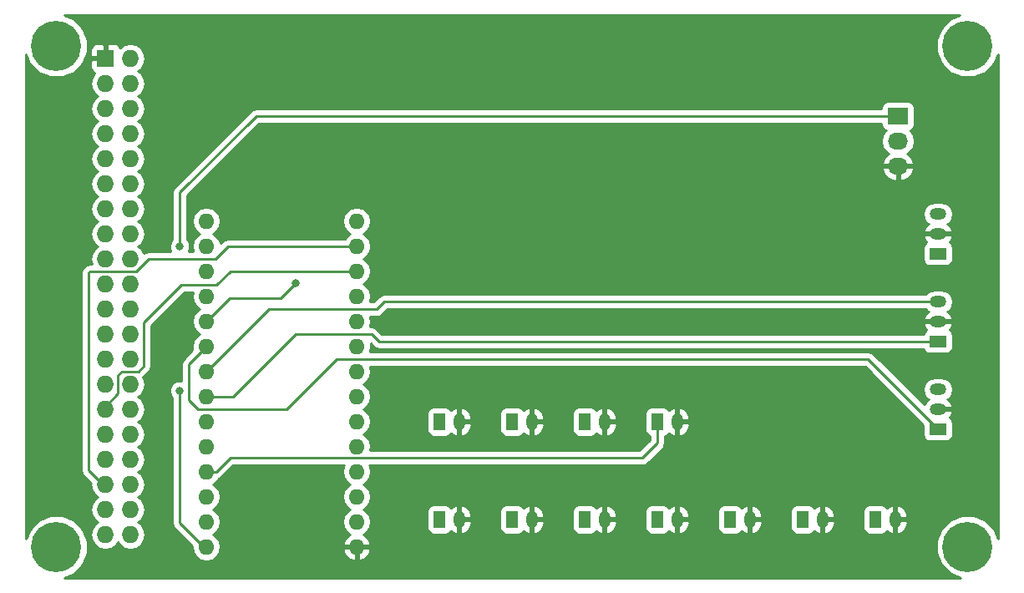
<source format=gbl>
G04 #@! TF.FileFunction,Copper,L2,Bot,Signal*
%FSLAX46Y46*%
G04 Gerber Fmt 4.6, Leading zero omitted, Abs format (unit mm)*
G04 Created by KiCad (PCBNEW 4.0.1-stable) date 2016/05/21 11:41:20*
%MOMM*%
G01*
G04 APERTURE LIST*
%ADD10C,0.100000*%
%ADD11R,1.198880X1.699260*%
%ADD12O,1.198880X1.699260*%
%ADD13R,2.032000X1.727200*%
%ADD14O,2.032000X1.727200*%
%ADD15R,1.699260X1.198880*%
%ADD16O,1.699260X1.198880*%
%ADD17R,1.727200X1.727200*%
%ADD18O,1.727200X1.727200*%
%ADD19O,1.600000X1.600000*%
%ADD20C,5.080000*%
%ADD21C,0.800000*%
%ADD22C,0.250000*%
%ADD23C,0.254000*%
G04 APERTURE END LIST*
D10*
D11*
X165369240Y-100076000D03*
D12*
X167370760Y-100076000D03*
D11*
X158003240Y-100076000D03*
D12*
X160004760Y-100076000D03*
D11*
X150637240Y-100076000D03*
D12*
X152638760Y-100076000D03*
D11*
X143271240Y-100076000D03*
D12*
X145272760Y-100076000D03*
D11*
X135905240Y-100076000D03*
D12*
X137906760Y-100076000D03*
D11*
X128539240Y-100076000D03*
D12*
X130540760Y-100076000D03*
D11*
X121173240Y-100076000D03*
D12*
X123174760Y-100076000D03*
D13*
X167640000Y-59182000D03*
D14*
X167640000Y-61722000D03*
X167640000Y-64262000D03*
D15*
X171704000Y-90898980D03*
D16*
X171704000Y-88900000D03*
X171704000Y-86901020D03*
D15*
X171704000Y-82008980D03*
D16*
X171704000Y-80010000D03*
X171704000Y-78011020D03*
D15*
X171704000Y-73118980D03*
D16*
X171704000Y-71120000D03*
X171704000Y-69121020D03*
D11*
X135905240Y-90170000D03*
D12*
X137906760Y-90170000D03*
D11*
X121173240Y-90170000D03*
D12*
X123174760Y-90170000D03*
D11*
X128539240Y-90170000D03*
D12*
X130540760Y-90170000D03*
D11*
X143271240Y-90170000D03*
D12*
X145272760Y-90170000D03*
D17*
X87299800Y-53340000D03*
D18*
X87299800Y-55880000D03*
X87299800Y-58420000D03*
X87299800Y-60960000D03*
X87299800Y-63500000D03*
X87299800Y-66040000D03*
X87299800Y-68580000D03*
X87299800Y-71120000D03*
X87299800Y-73660000D03*
X87299800Y-76200000D03*
X87299800Y-78740000D03*
X87299800Y-81280000D03*
X87299800Y-83820000D03*
X87299800Y-86360000D03*
X87299800Y-88900000D03*
X87299800Y-91440000D03*
X87299800Y-93980000D03*
X87299800Y-96520000D03*
X87299800Y-99060000D03*
X87299800Y-101600000D03*
X89839800Y-53340000D03*
X89839800Y-55880000D03*
X89839800Y-58420000D03*
X89839800Y-60960000D03*
X89839800Y-63500000D03*
X89839800Y-66040000D03*
X89839800Y-68580000D03*
X89839800Y-71120000D03*
X89839800Y-73660000D03*
X89839800Y-76200000D03*
X89839800Y-78740000D03*
X89839800Y-81280000D03*
X89839800Y-83820000D03*
X89839800Y-86360000D03*
X89839800Y-88900000D03*
X89839800Y-91440000D03*
X89839800Y-93980000D03*
X89839800Y-96520000D03*
X89839800Y-99060000D03*
X89839800Y-101600000D03*
D19*
X112776000Y-102870000D03*
X112776000Y-100330000D03*
X112776000Y-97790000D03*
X112776000Y-95250000D03*
X112776000Y-92710000D03*
X112776000Y-90170000D03*
X112776000Y-87630000D03*
X112776000Y-85090000D03*
X112776000Y-82550000D03*
X112776000Y-80010000D03*
X112776000Y-77470000D03*
X112776000Y-74930000D03*
X112776000Y-72390000D03*
X112776000Y-69850000D03*
X97536000Y-69850000D03*
X97536000Y-72390000D03*
X97536000Y-74930000D03*
X97536000Y-77470000D03*
X97536000Y-80010000D03*
X97536000Y-82550000D03*
X97536000Y-85090000D03*
X97536000Y-87630000D03*
X97536000Y-90170000D03*
X97536000Y-92710000D03*
X97536000Y-95250000D03*
X97536000Y-97790000D03*
X97536000Y-100330000D03*
X97536000Y-102870000D03*
D20*
X82321400Y-52070000D03*
X82321400Y-102870000D03*
X174701200Y-52070000D03*
X174701200Y-102844600D03*
D21*
X94843600Y-72390000D03*
X94843600Y-87020400D03*
X106603800Y-76149200D03*
D22*
X91186000Y-84455000D02*
X91186000Y-84531200D01*
X88582500Y-85458300D02*
X88976200Y-85064600D01*
X88976200Y-85064600D02*
X90525600Y-85064600D01*
X112776000Y-74930000D02*
X99949000Y-74930000D01*
X91186000Y-80137000D02*
X91186000Y-84455000D01*
X94996000Y-76327000D02*
X91186000Y-80137000D01*
X98552000Y-76327000D02*
X94996000Y-76327000D01*
X99949000Y-74930000D02*
X98552000Y-76327000D01*
X88582500Y-85458300D02*
X88582500Y-87312500D01*
X90652600Y-85064600D02*
X90525600Y-85064600D01*
X91186000Y-84531200D02*
X90652600Y-85064600D01*
X88582500Y-87312500D02*
X86995000Y-88900000D01*
X112776000Y-72390000D02*
X99695000Y-72390000D01*
X85598000Y-95123000D02*
X86995000Y-96520000D01*
X85598000Y-75057000D02*
X85598000Y-95123000D01*
X85725000Y-74930000D02*
X85598000Y-75057000D01*
X90424000Y-74930000D02*
X85725000Y-74930000D01*
X91694000Y-73660000D02*
X90424000Y-74930000D01*
X98425000Y-73660000D02*
X91694000Y-73660000D01*
X99695000Y-72390000D02*
X98425000Y-73660000D01*
X94843600Y-67259200D02*
X94843600Y-66929000D01*
X94843600Y-72390000D02*
X94843600Y-68249800D01*
X94843600Y-68249800D02*
X94843600Y-67259200D01*
X102590600Y-59182000D02*
X167640000Y-59182000D01*
X102590600Y-59182000D02*
X94843600Y-66929000D01*
X97536000Y-102870000D02*
X97256600Y-102870000D01*
X97256600Y-102870000D02*
X94843600Y-100457000D01*
X94843600Y-100457000D02*
X94843600Y-87020400D01*
X97536000Y-82550000D02*
X95758000Y-84328000D01*
X164625020Y-83820000D02*
X171704000Y-90898980D01*
X110744000Y-83820000D02*
X164625020Y-83820000D01*
X105664000Y-88900000D02*
X110744000Y-83820000D01*
X96647000Y-88900000D02*
X105664000Y-88900000D01*
X95758000Y-88011000D02*
X96647000Y-88900000D01*
X95758000Y-84328000D02*
X95758000Y-88011000D01*
X99872800Y-77673200D02*
X97536000Y-80010000D01*
X105079800Y-77673200D02*
X99872800Y-77673200D01*
X106603800Y-76149200D02*
X105079800Y-77673200D01*
X171704000Y-82008980D02*
X115028980Y-82008980D01*
X100203000Y-87630000D02*
X97536000Y-87630000D01*
X106553000Y-81280000D02*
X100203000Y-87630000D01*
X114300000Y-81280000D02*
X106553000Y-81280000D01*
X115028980Y-82008980D02*
X114300000Y-81280000D01*
X103860600Y-78765400D02*
X97536000Y-85090000D01*
X114808000Y-78765400D02*
X103860600Y-78765400D01*
X115562380Y-78011020D02*
X114808000Y-78765400D01*
X171704000Y-78011020D02*
X115562380Y-78011020D01*
X143271240Y-90170000D02*
X143271240Y-92313760D01*
X98552000Y-95250000D02*
X97536000Y-95250000D01*
X99949000Y-93853000D02*
X98552000Y-95250000D01*
X141732000Y-93853000D02*
X99949000Y-93853000D01*
X143271240Y-92313760D02*
X141732000Y-93853000D01*
D23*
G36*
X172905057Y-49376796D02*
X172011135Y-50269159D01*
X171526752Y-51435683D01*
X171525650Y-52698776D01*
X172007996Y-53866143D01*
X172900359Y-54760065D01*
X174066883Y-55244448D01*
X175329976Y-55245550D01*
X176497343Y-54763204D01*
X177391265Y-53870841D01*
X177801200Y-52883608D01*
X177801200Y-102032979D01*
X177394404Y-101048457D01*
X176502041Y-100154535D01*
X175335517Y-99670152D01*
X174072424Y-99669050D01*
X172905057Y-100151396D01*
X172011135Y-101043759D01*
X171526752Y-102210283D01*
X171525650Y-103473376D01*
X172007996Y-104640743D01*
X172900359Y-105534665D01*
X173948762Y-105970000D01*
X83133021Y-105970000D01*
X84117543Y-105563204D01*
X85011465Y-104670841D01*
X85495848Y-103504317D01*
X85496950Y-102241224D01*
X85014604Y-101073857D01*
X84122241Y-100179935D01*
X82955717Y-99695552D01*
X81692624Y-99694450D01*
X80525257Y-100176796D01*
X79631335Y-101069159D01*
X79221400Y-102056392D01*
X79221400Y-75057000D01*
X84838000Y-75057000D01*
X84838000Y-95123000D01*
X84895852Y-95413839D01*
X85060599Y-95660401D01*
X85816072Y-96415874D01*
X85801200Y-96490641D01*
X85801200Y-96549359D01*
X85915274Y-97122848D01*
X86240130Y-97609029D01*
X86510972Y-97790000D01*
X86240130Y-97970971D01*
X85915274Y-98457152D01*
X85801200Y-99030641D01*
X85801200Y-99089359D01*
X85915274Y-99662848D01*
X86240130Y-100149029D01*
X86510972Y-100330000D01*
X86240130Y-100510971D01*
X85915274Y-100997152D01*
X85801200Y-101570641D01*
X85801200Y-101629359D01*
X85915274Y-102202848D01*
X86240130Y-102689029D01*
X86726311Y-103013885D01*
X87299800Y-103127959D01*
X87873289Y-103013885D01*
X88359470Y-102689029D01*
X88569800Y-102374248D01*
X88780130Y-102689029D01*
X89266311Y-103013885D01*
X89839800Y-103127959D01*
X90413289Y-103013885D01*
X90899470Y-102689029D01*
X91224326Y-102202848D01*
X91338400Y-101629359D01*
X91338400Y-101570641D01*
X91224326Y-100997152D01*
X90899470Y-100510971D01*
X90628628Y-100330000D01*
X90899470Y-100149029D01*
X91224326Y-99662848D01*
X91338400Y-99089359D01*
X91338400Y-99030641D01*
X91224326Y-98457152D01*
X90899470Y-97970971D01*
X90628628Y-97790000D01*
X90899470Y-97609029D01*
X91224326Y-97122848D01*
X91338400Y-96549359D01*
X91338400Y-96490641D01*
X91224326Y-95917152D01*
X90899470Y-95430971D01*
X90628628Y-95250000D01*
X90899470Y-95069029D01*
X91224326Y-94582848D01*
X91338400Y-94009359D01*
X91338400Y-93950641D01*
X91224326Y-93377152D01*
X90899470Y-92890971D01*
X90628628Y-92710000D01*
X90899470Y-92529029D01*
X91224326Y-92042848D01*
X91338400Y-91469359D01*
X91338400Y-91410641D01*
X91224326Y-90837152D01*
X90899470Y-90350971D01*
X90628628Y-90170000D01*
X90899470Y-89989029D01*
X91224326Y-89502848D01*
X91338400Y-88929359D01*
X91338400Y-88870641D01*
X91224326Y-88297152D01*
X90899470Y-87810971D01*
X90628628Y-87630000D01*
X90899470Y-87449029D01*
X91224326Y-86962848D01*
X91338400Y-86389359D01*
X91338400Y-86330641D01*
X91224326Y-85757152D01*
X91142061Y-85634034D01*
X91190001Y-85602001D01*
X91723401Y-85068601D01*
X91888148Y-84822039D01*
X91946000Y-84531200D01*
X91946000Y-80451802D01*
X95310802Y-77087000D01*
X96149070Y-77087000D01*
X96072887Y-77470000D01*
X96182120Y-78019151D01*
X96493189Y-78484698D01*
X96875275Y-78740000D01*
X96493189Y-78995302D01*
X96182120Y-79460849D01*
X96072887Y-80010000D01*
X96182120Y-80559151D01*
X96493189Y-81024698D01*
X96875275Y-81280000D01*
X96493189Y-81535302D01*
X96182120Y-82000849D01*
X96072887Y-82550000D01*
X96137312Y-82873886D01*
X95220599Y-83790599D01*
X95055852Y-84037161D01*
X94998000Y-84328000D01*
X94998000Y-85985534D01*
X94638629Y-85985221D01*
X94258085Y-86142458D01*
X93966681Y-86433354D01*
X93808780Y-86813623D01*
X93808421Y-87225371D01*
X93965658Y-87605915D01*
X94083600Y-87724063D01*
X94083600Y-100457000D01*
X94141452Y-100747839D01*
X94306199Y-100994401D01*
X96090957Y-102779159D01*
X96072887Y-102870000D01*
X96182120Y-103419151D01*
X96493189Y-103884698D01*
X96958736Y-104195767D01*
X97507887Y-104305000D01*
X97564113Y-104305000D01*
X98113264Y-104195767D01*
X98578811Y-103884698D01*
X98889880Y-103419151D01*
X98929684Y-103219039D01*
X111384096Y-103219039D01*
X111544959Y-103607423D01*
X111920866Y-104022389D01*
X112426959Y-104261914D01*
X112649000Y-104140629D01*
X112649000Y-102997000D01*
X112903000Y-102997000D01*
X112903000Y-104140629D01*
X113125041Y-104261914D01*
X113631134Y-104022389D01*
X114007041Y-103607423D01*
X114167904Y-103219039D01*
X114045915Y-102997000D01*
X112903000Y-102997000D01*
X112649000Y-102997000D01*
X111506085Y-102997000D01*
X111384096Y-103219039D01*
X98929684Y-103219039D01*
X98999113Y-102870000D01*
X98889880Y-102320849D01*
X98578811Y-101855302D01*
X98196725Y-101600000D01*
X98578811Y-101344698D01*
X98889880Y-100879151D01*
X98999113Y-100330000D01*
X98889880Y-99780849D01*
X98578811Y-99315302D01*
X98196725Y-99060000D01*
X98578811Y-98804698D01*
X98889880Y-98339151D01*
X98999113Y-97790000D01*
X98889880Y-97240849D01*
X98578811Y-96775302D01*
X98196725Y-96520000D01*
X98578811Y-96264698D01*
X98779191Y-95964808D01*
X98842839Y-95952148D01*
X99089401Y-95787401D01*
X100263802Y-94613000D01*
X111480819Y-94613000D01*
X111422120Y-94700849D01*
X111312887Y-95250000D01*
X111422120Y-95799151D01*
X111733189Y-96264698D01*
X112115275Y-96520000D01*
X111733189Y-96775302D01*
X111422120Y-97240849D01*
X111312887Y-97790000D01*
X111422120Y-98339151D01*
X111733189Y-98804698D01*
X112115275Y-99060000D01*
X111733189Y-99315302D01*
X111422120Y-99780849D01*
X111312887Y-100330000D01*
X111422120Y-100879151D01*
X111733189Y-101344698D01*
X112137703Y-101614986D01*
X111920866Y-101717611D01*
X111544959Y-102132577D01*
X111384096Y-102520961D01*
X111506085Y-102743000D01*
X112649000Y-102743000D01*
X112649000Y-102723000D01*
X112903000Y-102723000D01*
X112903000Y-102743000D01*
X114045915Y-102743000D01*
X114167904Y-102520961D01*
X114007041Y-102132577D01*
X113631134Y-101717611D01*
X113414297Y-101614986D01*
X113818811Y-101344698D01*
X114129880Y-100879151D01*
X114239113Y-100330000D01*
X114129880Y-99780849D01*
X113818811Y-99315302D01*
X113685716Y-99226370D01*
X119926360Y-99226370D01*
X119926360Y-100925630D01*
X119970638Y-101160947D01*
X120109710Y-101377071D01*
X120321910Y-101522061D01*
X120573800Y-101573070D01*
X121772680Y-101573070D01*
X122007997Y-101528792D01*
X122224121Y-101389720D01*
X122329319Y-101235757D01*
X122345803Y-101257568D01*
X122765327Y-101503899D01*
X122857239Y-101519095D01*
X123047760Y-101394357D01*
X123047760Y-100203000D01*
X123301760Y-100203000D01*
X123301760Y-101394357D01*
X123492281Y-101519095D01*
X123584193Y-101503899D01*
X124003717Y-101257568D01*
X124297039Y-100869443D01*
X124419505Y-100398613D01*
X124256760Y-100203000D01*
X123301760Y-100203000D01*
X123047760Y-100203000D01*
X123027760Y-100203000D01*
X123027760Y-99949000D01*
X123047760Y-99949000D01*
X123047760Y-98757643D01*
X123301760Y-98757643D01*
X123301760Y-99949000D01*
X124256760Y-99949000D01*
X124419505Y-99753387D01*
X124297039Y-99282557D01*
X124254577Y-99226370D01*
X127292360Y-99226370D01*
X127292360Y-100925630D01*
X127336638Y-101160947D01*
X127475710Y-101377071D01*
X127687910Y-101522061D01*
X127939800Y-101573070D01*
X129138680Y-101573070D01*
X129373997Y-101528792D01*
X129590121Y-101389720D01*
X129695319Y-101235757D01*
X129711803Y-101257568D01*
X130131327Y-101503899D01*
X130223239Y-101519095D01*
X130413760Y-101394357D01*
X130413760Y-100203000D01*
X130667760Y-100203000D01*
X130667760Y-101394357D01*
X130858281Y-101519095D01*
X130950193Y-101503899D01*
X131369717Y-101257568D01*
X131663039Y-100869443D01*
X131785505Y-100398613D01*
X131622760Y-100203000D01*
X130667760Y-100203000D01*
X130413760Y-100203000D01*
X130393760Y-100203000D01*
X130393760Y-99949000D01*
X130413760Y-99949000D01*
X130413760Y-98757643D01*
X130667760Y-98757643D01*
X130667760Y-99949000D01*
X131622760Y-99949000D01*
X131785505Y-99753387D01*
X131663039Y-99282557D01*
X131620577Y-99226370D01*
X134658360Y-99226370D01*
X134658360Y-100925630D01*
X134702638Y-101160947D01*
X134841710Y-101377071D01*
X135053910Y-101522061D01*
X135305800Y-101573070D01*
X136504680Y-101573070D01*
X136739997Y-101528792D01*
X136956121Y-101389720D01*
X137061319Y-101235757D01*
X137077803Y-101257568D01*
X137497327Y-101503899D01*
X137589239Y-101519095D01*
X137779760Y-101394357D01*
X137779760Y-100203000D01*
X138033760Y-100203000D01*
X138033760Y-101394357D01*
X138224281Y-101519095D01*
X138316193Y-101503899D01*
X138735717Y-101257568D01*
X139029039Y-100869443D01*
X139151505Y-100398613D01*
X138988760Y-100203000D01*
X138033760Y-100203000D01*
X137779760Y-100203000D01*
X137759760Y-100203000D01*
X137759760Y-99949000D01*
X137779760Y-99949000D01*
X137779760Y-98757643D01*
X138033760Y-98757643D01*
X138033760Y-99949000D01*
X138988760Y-99949000D01*
X139151505Y-99753387D01*
X139029039Y-99282557D01*
X138986577Y-99226370D01*
X142024360Y-99226370D01*
X142024360Y-100925630D01*
X142068638Y-101160947D01*
X142207710Y-101377071D01*
X142419910Y-101522061D01*
X142671800Y-101573070D01*
X143870680Y-101573070D01*
X144105997Y-101528792D01*
X144322121Y-101389720D01*
X144427319Y-101235757D01*
X144443803Y-101257568D01*
X144863327Y-101503899D01*
X144955239Y-101519095D01*
X145145760Y-101394357D01*
X145145760Y-100203000D01*
X145399760Y-100203000D01*
X145399760Y-101394357D01*
X145590281Y-101519095D01*
X145682193Y-101503899D01*
X146101717Y-101257568D01*
X146395039Y-100869443D01*
X146517505Y-100398613D01*
X146354760Y-100203000D01*
X145399760Y-100203000D01*
X145145760Y-100203000D01*
X145125760Y-100203000D01*
X145125760Y-99949000D01*
X145145760Y-99949000D01*
X145145760Y-98757643D01*
X145399760Y-98757643D01*
X145399760Y-99949000D01*
X146354760Y-99949000D01*
X146517505Y-99753387D01*
X146395039Y-99282557D01*
X146352577Y-99226370D01*
X149390360Y-99226370D01*
X149390360Y-100925630D01*
X149434638Y-101160947D01*
X149573710Y-101377071D01*
X149785910Y-101522061D01*
X150037800Y-101573070D01*
X151236680Y-101573070D01*
X151471997Y-101528792D01*
X151688121Y-101389720D01*
X151793319Y-101235757D01*
X151809803Y-101257568D01*
X152229327Y-101503899D01*
X152321239Y-101519095D01*
X152511760Y-101394357D01*
X152511760Y-100203000D01*
X152765760Y-100203000D01*
X152765760Y-101394357D01*
X152956281Y-101519095D01*
X153048193Y-101503899D01*
X153467717Y-101257568D01*
X153761039Y-100869443D01*
X153883505Y-100398613D01*
X153720760Y-100203000D01*
X152765760Y-100203000D01*
X152511760Y-100203000D01*
X152491760Y-100203000D01*
X152491760Y-99949000D01*
X152511760Y-99949000D01*
X152511760Y-98757643D01*
X152765760Y-98757643D01*
X152765760Y-99949000D01*
X153720760Y-99949000D01*
X153883505Y-99753387D01*
X153761039Y-99282557D01*
X153718577Y-99226370D01*
X156756360Y-99226370D01*
X156756360Y-100925630D01*
X156800638Y-101160947D01*
X156939710Y-101377071D01*
X157151910Y-101522061D01*
X157403800Y-101573070D01*
X158602680Y-101573070D01*
X158837997Y-101528792D01*
X159054121Y-101389720D01*
X159159319Y-101235757D01*
X159175803Y-101257568D01*
X159595327Y-101503899D01*
X159687239Y-101519095D01*
X159877760Y-101394357D01*
X159877760Y-100203000D01*
X160131760Y-100203000D01*
X160131760Y-101394357D01*
X160322281Y-101519095D01*
X160414193Y-101503899D01*
X160833717Y-101257568D01*
X161127039Y-100869443D01*
X161249505Y-100398613D01*
X161086760Y-100203000D01*
X160131760Y-100203000D01*
X159877760Y-100203000D01*
X159857760Y-100203000D01*
X159857760Y-99949000D01*
X159877760Y-99949000D01*
X159877760Y-98757643D01*
X160131760Y-98757643D01*
X160131760Y-99949000D01*
X161086760Y-99949000D01*
X161249505Y-99753387D01*
X161127039Y-99282557D01*
X161084577Y-99226370D01*
X164122360Y-99226370D01*
X164122360Y-100925630D01*
X164166638Y-101160947D01*
X164305710Y-101377071D01*
X164517910Y-101522061D01*
X164769800Y-101573070D01*
X165968680Y-101573070D01*
X166203997Y-101528792D01*
X166420121Y-101389720D01*
X166525319Y-101235757D01*
X166541803Y-101257568D01*
X166961327Y-101503899D01*
X167053239Y-101519095D01*
X167243760Y-101394357D01*
X167243760Y-100203000D01*
X167497760Y-100203000D01*
X167497760Y-101394357D01*
X167688281Y-101519095D01*
X167780193Y-101503899D01*
X168199717Y-101257568D01*
X168493039Y-100869443D01*
X168615505Y-100398613D01*
X168452760Y-100203000D01*
X167497760Y-100203000D01*
X167243760Y-100203000D01*
X167223760Y-100203000D01*
X167223760Y-99949000D01*
X167243760Y-99949000D01*
X167243760Y-98757643D01*
X167497760Y-98757643D01*
X167497760Y-99949000D01*
X168452760Y-99949000D01*
X168615505Y-99753387D01*
X168493039Y-99282557D01*
X168199717Y-98894432D01*
X167780193Y-98648101D01*
X167688281Y-98632905D01*
X167497760Y-98757643D01*
X167243760Y-98757643D01*
X167053239Y-98632905D01*
X166961327Y-98648101D01*
X166541803Y-98894432D01*
X166524446Y-98917398D01*
X166432770Y-98774929D01*
X166220570Y-98629939D01*
X165968680Y-98578930D01*
X164769800Y-98578930D01*
X164534483Y-98623208D01*
X164318359Y-98762280D01*
X164173369Y-98974480D01*
X164122360Y-99226370D01*
X161084577Y-99226370D01*
X160833717Y-98894432D01*
X160414193Y-98648101D01*
X160322281Y-98632905D01*
X160131760Y-98757643D01*
X159877760Y-98757643D01*
X159687239Y-98632905D01*
X159595327Y-98648101D01*
X159175803Y-98894432D01*
X159158446Y-98917398D01*
X159066770Y-98774929D01*
X158854570Y-98629939D01*
X158602680Y-98578930D01*
X157403800Y-98578930D01*
X157168483Y-98623208D01*
X156952359Y-98762280D01*
X156807369Y-98974480D01*
X156756360Y-99226370D01*
X153718577Y-99226370D01*
X153467717Y-98894432D01*
X153048193Y-98648101D01*
X152956281Y-98632905D01*
X152765760Y-98757643D01*
X152511760Y-98757643D01*
X152321239Y-98632905D01*
X152229327Y-98648101D01*
X151809803Y-98894432D01*
X151792446Y-98917398D01*
X151700770Y-98774929D01*
X151488570Y-98629939D01*
X151236680Y-98578930D01*
X150037800Y-98578930D01*
X149802483Y-98623208D01*
X149586359Y-98762280D01*
X149441369Y-98974480D01*
X149390360Y-99226370D01*
X146352577Y-99226370D01*
X146101717Y-98894432D01*
X145682193Y-98648101D01*
X145590281Y-98632905D01*
X145399760Y-98757643D01*
X145145760Y-98757643D01*
X144955239Y-98632905D01*
X144863327Y-98648101D01*
X144443803Y-98894432D01*
X144426446Y-98917398D01*
X144334770Y-98774929D01*
X144122570Y-98629939D01*
X143870680Y-98578930D01*
X142671800Y-98578930D01*
X142436483Y-98623208D01*
X142220359Y-98762280D01*
X142075369Y-98974480D01*
X142024360Y-99226370D01*
X138986577Y-99226370D01*
X138735717Y-98894432D01*
X138316193Y-98648101D01*
X138224281Y-98632905D01*
X138033760Y-98757643D01*
X137779760Y-98757643D01*
X137589239Y-98632905D01*
X137497327Y-98648101D01*
X137077803Y-98894432D01*
X137060446Y-98917398D01*
X136968770Y-98774929D01*
X136756570Y-98629939D01*
X136504680Y-98578930D01*
X135305800Y-98578930D01*
X135070483Y-98623208D01*
X134854359Y-98762280D01*
X134709369Y-98974480D01*
X134658360Y-99226370D01*
X131620577Y-99226370D01*
X131369717Y-98894432D01*
X130950193Y-98648101D01*
X130858281Y-98632905D01*
X130667760Y-98757643D01*
X130413760Y-98757643D01*
X130223239Y-98632905D01*
X130131327Y-98648101D01*
X129711803Y-98894432D01*
X129694446Y-98917398D01*
X129602770Y-98774929D01*
X129390570Y-98629939D01*
X129138680Y-98578930D01*
X127939800Y-98578930D01*
X127704483Y-98623208D01*
X127488359Y-98762280D01*
X127343369Y-98974480D01*
X127292360Y-99226370D01*
X124254577Y-99226370D01*
X124003717Y-98894432D01*
X123584193Y-98648101D01*
X123492281Y-98632905D01*
X123301760Y-98757643D01*
X123047760Y-98757643D01*
X122857239Y-98632905D01*
X122765327Y-98648101D01*
X122345803Y-98894432D01*
X122328446Y-98917398D01*
X122236770Y-98774929D01*
X122024570Y-98629939D01*
X121772680Y-98578930D01*
X120573800Y-98578930D01*
X120338483Y-98623208D01*
X120122359Y-98762280D01*
X119977369Y-98974480D01*
X119926360Y-99226370D01*
X113685716Y-99226370D01*
X113436725Y-99060000D01*
X113818811Y-98804698D01*
X114129880Y-98339151D01*
X114239113Y-97790000D01*
X114129880Y-97240849D01*
X113818811Y-96775302D01*
X113436725Y-96520000D01*
X113818811Y-96264698D01*
X114129880Y-95799151D01*
X114239113Y-95250000D01*
X114129880Y-94700849D01*
X114071181Y-94613000D01*
X141732000Y-94613000D01*
X142022839Y-94555148D01*
X142269401Y-94390401D01*
X143808641Y-92851161D01*
X143973388Y-92604599D01*
X144031240Y-92313760D01*
X144031240Y-91636859D01*
X144105997Y-91622792D01*
X144322121Y-91483720D01*
X144427319Y-91329757D01*
X144443803Y-91351568D01*
X144863327Y-91597899D01*
X144955239Y-91613095D01*
X145145760Y-91488357D01*
X145145760Y-90297000D01*
X145399760Y-90297000D01*
X145399760Y-91488357D01*
X145590281Y-91613095D01*
X145682193Y-91597899D01*
X146101717Y-91351568D01*
X146395039Y-90963443D01*
X146517505Y-90492613D01*
X146354760Y-90297000D01*
X145399760Y-90297000D01*
X145145760Y-90297000D01*
X145125760Y-90297000D01*
X145125760Y-90043000D01*
X145145760Y-90043000D01*
X145145760Y-88851643D01*
X145399760Y-88851643D01*
X145399760Y-90043000D01*
X146354760Y-90043000D01*
X146517505Y-89847387D01*
X146395039Y-89376557D01*
X146101717Y-88988432D01*
X145682193Y-88742101D01*
X145590281Y-88726905D01*
X145399760Y-88851643D01*
X145145760Y-88851643D01*
X144955239Y-88726905D01*
X144863327Y-88742101D01*
X144443803Y-88988432D01*
X144426446Y-89011398D01*
X144334770Y-88868929D01*
X144122570Y-88723939D01*
X143870680Y-88672930D01*
X142671800Y-88672930D01*
X142436483Y-88717208D01*
X142220359Y-88856280D01*
X142075369Y-89068480D01*
X142024360Y-89320370D01*
X142024360Y-91019630D01*
X142068638Y-91254947D01*
X142207710Y-91471071D01*
X142419910Y-91616061D01*
X142511240Y-91634556D01*
X142511240Y-91998958D01*
X141417198Y-93093000D01*
X114162930Y-93093000D01*
X114239113Y-92710000D01*
X114129880Y-92160849D01*
X113818811Y-91695302D01*
X113436725Y-91440000D01*
X113818811Y-91184698D01*
X114129880Y-90719151D01*
X114239113Y-90170000D01*
X114129880Y-89620849D01*
X113929107Y-89320370D01*
X119926360Y-89320370D01*
X119926360Y-91019630D01*
X119970638Y-91254947D01*
X120109710Y-91471071D01*
X120321910Y-91616061D01*
X120573800Y-91667070D01*
X121772680Y-91667070D01*
X122007997Y-91622792D01*
X122224121Y-91483720D01*
X122329319Y-91329757D01*
X122345803Y-91351568D01*
X122765327Y-91597899D01*
X122857239Y-91613095D01*
X123047760Y-91488357D01*
X123047760Y-90297000D01*
X123301760Y-90297000D01*
X123301760Y-91488357D01*
X123492281Y-91613095D01*
X123584193Y-91597899D01*
X124003717Y-91351568D01*
X124297039Y-90963443D01*
X124419505Y-90492613D01*
X124256760Y-90297000D01*
X123301760Y-90297000D01*
X123047760Y-90297000D01*
X123027760Y-90297000D01*
X123027760Y-90043000D01*
X123047760Y-90043000D01*
X123047760Y-88851643D01*
X123301760Y-88851643D01*
X123301760Y-90043000D01*
X124256760Y-90043000D01*
X124419505Y-89847387D01*
X124297039Y-89376557D01*
X124254577Y-89320370D01*
X127292360Y-89320370D01*
X127292360Y-91019630D01*
X127336638Y-91254947D01*
X127475710Y-91471071D01*
X127687910Y-91616061D01*
X127939800Y-91667070D01*
X129138680Y-91667070D01*
X129373997Y-91622792D01*
X129590121Y-91483720D01*
X129695319Y-91329757D01*
X129711803Y-91351568D01*
X130131327Y-91597899D01*
X130223239Y-91613095D01*
X130413760Y-91488357D01*
X130413760Y-90297000D01*
X130667760Y-90297000D01*
X130667760Y-91488357D01*
X130858281Y-91613095D01*
X130950193Y-91597899D01*
X131369717Y-91351568D01*
X131663039Y-90963443D01*
X131785505Y-90492613D01*
X131622760Y-90297000D01*
X130667760Y-90297000D01*
X130413760Y-90297000D01*
X130393760Y-90297000D01*
X130393760Y-90043000D01*
X130413760Y-90043000D01*
X130413760Y-88851643D01*
X130667760Y-88851643D01*
X130667760Y-90043000D01*
X131622760Y-90043000D01*
X131785505Y-89847387D01*
X131663039Y-89376557D01*
X131620577Y-89320370D01*
X134658360Y-89320370D01*
X134658360Y-91019630D01*
X134702638Y-91254947D01*
X134841710Y-91471071D01*
X135053910Y-91616061D01*
X135305800Y-91667070D01*
X136504680Y-91667070D01*
X136739997Y-91622792D01*
X136956121Y-91483720D01*
X137061319Y-91329757D01*
X137077803Y-91351568D01*
X137497327Y-91597899D01*
X137589239Y-91613095D01*
X137779760Y-91488357D01*
X137779760Y-90297000D01*
X138033760Y-90297000D01*
X138033760Y-91488357D01*
X138224281Y-91613095D01*
X138316193Y-91597899D01*
X138735717Y-91351568D01*
X139029039Y-90963443D01*
X139151505Y-90492613D01*
X138988760Y-90297000D01*
X138033760Y-90297000D01*
X137779760Y-90297000D01*
X137759760Y-90297000D01*
X137759760Y-90043000D01*
X137779760Y-90043000D01*
X137779760Y-88851643D01*
X138033760Y-88851643D01*
X138033760Y-90043000D01*
X138988760Y-90043000D01*
X139151505Y-89847387D01*
X139029039Y-89376557D01*
X138735717Y-88988432D01*
X138316193Y-88742101D01*
X138224281Y-88726905D01*
X138033760Y-88851643D01*
X137779760Y-88851643D01*
X137589239Y-88726905D01*
X137497327Y-88742101D01*
X137077803Y-88988432D01*
X137060446Y-89011398D01*
X136968770Y-88868929D01*
X136756570Y-88723939D01*
X136504680Y-88672930D01*
X135305800Y-88672930D01*
X135070483Y-88717208D01*
X134854359Y-88856280D01*
X134709369Y-89068480D01*
X134658360Y-89320370D01*
X131620577Y-89320370D01*
X131369717Y-88988432D01*
X130950193Y-88742101D01*
X130858281Y-88726905D01*
X130667760Y-88851643D01*
X130413760Y-88851643D01*
X130223239Y-88726905D01*
X130131327Y-88742101D01*
X129711803Y-88988432D01*
X129694446Y-89011398D01*
X129602770Y-88868929D01*
X129390570Y-88723939D01*
X129138680Y-88672930D01*
X127939800Y-88672930D01*
X127704483Y-88717208D01*
X127488359Y-88856280D01*
X127343369Y-89068480D01*
X127292360Y-89320370D01*
X124254577Y-89320370D01*
X124003717Y-88988432D01*
X123584193Y-88742101D01*
X123492281Y-88726905D01*
X123301760Y-88851643D01*
X123047760Y-88851643D01*
X122857239Y-88726905D01*
X122765327Y-88742101D01*
X122345803Y-88988432D01*
X122328446Y-89011398D01*
X122236770Y-88868929D01*
X122024570Y-88723939D01*
X121772680Y-88672930D01*
X120573800Y-88672930D01*
X120338483Y-88717208D01*
X120122359Y-88856280D01*
X119977369Y-89068480D01*
X119926360Y-89320370D01*
X113929107Y-89320370D01*
X113818811Y-89155302D01*
X113436725Y-88900000D01*
X113818811Y-88644698D01*
X114129880Y-88179151D01*
X114239113Y-87630000D01*
X114129880Y-87080849D01*
X113818811Y-86615302D01*
X113436725Y-86360000D01*
X113818811Y-86104698D01*
X114129880Y-85639151D01*
X114239113Y-85090000D01*
X114137668Y-84580000D01*
X164310218Y-84580000D01*
X170206930Y-90476712D01*
X170206930Y-91498420D01*
X170251208Y-91733737D01*
X170390280Y-91949861D01*
X170602480Y-92094851D01*
X170854370Y-92145860D01*
X172553630Y-92145860D01*
X172788947Y-92101582D01*
X173005071Y-91962510D01*
X173150061Y-91750310D01*
X173201070Y-91498420D01*
X173201070Y-90299540D01*
X173156792Y-90064223D01*
X173017720Y-89848099D01*
X172865522Y-89744107D01*
X172885568Y-89728957D01*
X173131899Y-89309433D01*
X173147095Y-89217521D01*
X173022357Y-89027000D01*
X171831000Y-89027000D01*
X171831000Y-89047000D01*
X171577000Y-89047000D01*
X171577000Y-89027000D01*
X171557000Y-89027000D01*
X171557000Y-88773000D01*
X171577000Y-88773000D01*
X171577000Y-88753000D01*
X171831000Y-88753000D01*
X171831000Y-88773000D01*
X173022357Y-88773000D01*
X173147095Y-88582479D01*
X173131899Y-88490567D01*
X172885568Y-88071043D01*
X172663088Y-87902906D01*
X172856157Y-87773901D01*
X173123750Y-87373420D01*
X173217716Y-86901020D01*
X173123750Y-86428620D01*
X172856157Y-86028139D01*
X172455676Y-85760546D01*
X171983276Y-85666580D01*
X171424724Y-85666580D01*
X170952324Y-85760546D01*
X170551843Y-86028139D01*
X170284250Y-86428620D01*
X170190284Y-86901020D01*
X170284250Y-87373420D01*
X170551843Y-87773901D01*
X170744912Y-87902906D01*
X170522432Y-88071043D01*
X170310983Y-88431161D01*
X165162421Y-83282599D01*
X164915859Y-83117852D01*
X164625020Y-83060000D01*
X114137668Y-83060000D01*
X114239113Y-82550000D01*
X114175526Y-82230328D01*
X114491579Y-82546381D01*
X114738140Y-82711128D01*
X114786394Y-82720726D01*
X115028980Y-82768980D01*
X170237141Y-82768980D01*
X170251208Y-82843737D01*
X170390280Y-83059861D01*
X170602480Y-83204851D01*
X170854370Y-83255860D01*
X172553630Y-83255860D01*
X172788947Y-83211582D01*
X173005071Y-83072510D01*
X173150061Y-82860310D01*
X173201070Y-82608420D01*
X173201070Y-81409540D01*
X173156792Y-81174223D01*
X173017720Y-80958099D01*
X172865522Y-80854107D01*
X172885568Y-80838957D01*
X173131899Y-80419433D01*
X173147095Y-80327521D01*
X173022357Y-80137000D01*
X171831000Y-80137000D01*
X171831000Y-80157000D01*
X171577000Y-80157000D01*
X171577000Y-80137000D01*
X170385643Y-80137000D01*
X170260905Y-80327521D01*
X170276101Y-80419433D01*
X170522432Y-80838957D01*
X170543583Y-80854942D01*
X170402929Y-80945450D01*
X170257939Y-81157650D01*
X170239444Y-81248980D01*
X115343782Y-81248980D01*
X114837401Y-80742599D01*
X114590839Y-80577852D01*
X114300000Y-80520000D01*
X114137668Y-80520000D01*
X114239113Y-80010000D01*
X114142720Y-79525400D01*
X114808000Y-79525400D01*
X115098839Y-79467548D01*
X115345401Y-79302801D01*
X115877182Y-78771020D01*
X170476418Y-78771020D01*
X170551843Y-78883901D01*
X170744912Y-79012906D01*
X170522432Y-79181043D01*
X170276101Y-79600567D01*
X170260905Y-79692479D01*
X170385643Y-79883000D01*
X171577000Y-79883000D01*
X171577000Y-79863000D01*
X171831000Y-79863000D01*
X171831000Y-79883000D01*
X173022357Y-79883000D01*
X173147095Y-79692479D01*
X173131899Y-79600567D01*
X172885568Y-79181043D01*
X172663088Y-79012906D01*
X172856157Y-78883901D01*
X173123750Y-78483420D01*
X173217716Y-78011020D01*
X173123750Y-77538620D01*
X172856157Y-77138139D01*
X172455676Y-76870546D01*
X171983276Y-76776580D01*
X171424724Y-76776580D01*
X170952324Y-76870546D01*
X170551843Y-77138139D01*
X170476418Y-77251020D01*
X115562380Y-77251020D01*
X115319794Y-77299274D01*
X115271540Y-77308872D01*
X115024979Y-77473619D01*
X114493198Y-78005400D01*
X114132615Y-78005400D01*
X114239113Y-77470000D01*
X114129880Y-76920849D01*
X113818811Y-76455302D01*
X113436725Y-76200000D01*
X113818811Y-75944698D01*
X114129880Y-75479151D01*
X114239113Y-74930000D01*
X114129880Y-74380849D01*
X113818811Y-73915302D01*
X113436725Y-73660000D01*
X113818811Y-73404698D01*
X114129880Y-72939151D01*
X114213345Y-72519540D01*
X170206930Y-72519540D01*
X170206930Y-73718420D01*
X170251208Y-73953737D01*
X170390280Y-74169861D01*
X170602480Y-74314851D01*
X170854370Y-74365860D01*
X172553630Y-74365860D01*
X172788947Y-74321582D01*
X173005071Y-74182510D01*
X173150061Y-73970310D01*
X173201070Y-73718420D01*
X173201070Y-72519540D01*
X173156792Y-72284223D01*
X173017720Y-72068099D01*
X172865522Y-71964107D01*
X172885568Y-71948957D01*
X173131899Y-71529433D01*
X173147095Y-71437521D01*
X173022357Y-71247000D01*
X171831000Y-71247000D01*
X171831000Y-71267000D01*
X171577000Y-71267000D01*
X171577000Y-71247000D01*
X170385643Y-71247000D01*
X170260905Y-71437521D01*
X170276101Y-71529433D01*
X170522432Y-71948957D01*
X170543583Y-71964942D01*
X170402929Y-72055450D01*
X170257939Y-72267650D01*
X170206930Y-72519540D01*
X114213345Y-72519540D01*
X114239113Y-72390000D01*
X114129880Y-71840849D01*
X113818811Y-71375302D01*
X113436725Y-71120000D01*
X113818811Y-70864698D01*
X114129880Y-70399151D01*
X114239113Y-69850000D01*
X114129880Y-69300849D01*
X114009722Y-69121020D01*
X170190284Y-69121020D01*
X170284250Y-69593420D01*
X170551843Y-69993901D01*
X170744912Y-70122906D01*
X170522432Y-70291043D01*
X170276101Y-70710567D01*
X170260905Y-70802479D01*
X170385643Y-70993000D01*
X171577000Y-70993000D01*
X171577000Y-70973000D01*
X171831000Y-70973000D01*
X171831000Y-70993000D01*
X173022357Y-70993000D01*
X173147095Y-70802479D01*
X173131899Y-70710567D01*
X172885568Y-70291043D01*
X172663088Y-70122906D01*
X172856157Y-69993901D01*
X173123750Y-69593420D01*
X173217716Y-69121020D01*
X173123750Y-68648620D01*
X172856157Y-68248139D01*
X172455676Y-67980546D01*
X171983276Y-67886580D01*
X171424724Y-67886580D01*
X170952324Y-67980546D01*
X170551843Y-68248139D01*
X170284250Y-68648620D01*
X170190284Y-69121020D01*
X114009722Y-69121020D01*
X113818811Y-68835302D01*
X113353264Y-68524233D01*
X112804113Y-68415000D01*
X112747887Y-68415000D01*
X112198736Y-68524233D01*
X111733189Y-68835302D01*
X111422120Y-69300849D01*
X111312887Y-69850000D01*
X111422120Y-70399151D01*
X111733189Y-70864698D01*
X112115275Y-71120000D01*
X111733189Y-71375302D01*
X111563005Y-71630000D01*
X99695000Y-71630000D01*
X99404160Y-71687852D01*
X99157599Y-71852599D01*
X98936247Y-72073951D01*
X98889880Y-71840849D01*
X98578811Y-71375302D01*
X98196725Y-71120000D01*
X98578811Y-70864698D01*
X98889880Y-70399151D01*
X98999113Y-69850000D01*
X98889880Y-69300849D01*
X98578811Y-68835302D01*
X98113264Y-68524233D01*
X97564113Y-68415000D01*
X97507887Y-68415000D01*
X96958736Y-68524233D01*
X96493189Y-68835302D01*
X96182120Y-69300849D01*
X96072887Y-69850000D01*
X96182120Y-70399151D01*
X96493189Y-70864698D01*
X96875275Y-71120000D01*
X96493189Y-71375302D01*
X96182120Y-71840849D01*
X96072887Y-72390000D01*
X96174332Y-72900000D01*
X95752511Y-72900000D01*
X95878420Y-72596777D01*
X95878779Y-72185029D01*
X95721542Y-71804485D01*
X95603600Y-71686337D01*
X95603600Y-67243802D01*
X98226376Y-64621026D01*
X166032642Y-64621026D01*
X166035291Y-64636791D01*
X166289268Y-65164036D01*
X166725680Y-65553954D01*
X167278087Y-65747184D01*
X167513000Y-65602924D01*
X167513000Y-64389000D01*
X167767000Y-64389000D01*
X167767000Y-65602924D01*
X168001913Y-65747184D01*
X168554320Y-65553954D01*
X168990732Y-65164036D01*
X169244709Y-64636791D01*
X169247358Y-64621026D01*
X169126217Y-64389000D01*
X167767000Y-64389000D01*
X167513000Y-64389000D01*
X166153783Y-64389000D01*
X166032642Y-64621026D01*
X98226376Y-64621026D01*
X102905402Y-59942000D01*
X165976560Y-59942000D01*
X165976560Y-60045600D01*
X166020838Y-60280917D01*
X166159910Y-60497041D01*
X166372110Y-60642031D01*
X166413439Y-60650400D01*
X166395585Y-60662330D01*
X166070729Y-61148511D01*
X165956655Y-61722000D01*
X166070729Y-62295489D01*
X166395585Y-62781670D01*
X166705069Y-62988461D01*
X166289268Y-63359964D01*
X166035291Y-63887209D01*
X166032642Y-63902974D01*
X166153783Y-64135000D01*
X167513000Y-64135000D01*
X167513000Y-64115000D01*
X167767000Y-64115000D01*
X167767000Y-64135000D01*
X169126217Y-64135000D01*
X169247358Y-63902974D01*
X169244709Y-63887209D01*
X168990732Y-63359964D01*
X168574931Y-62988461D01*
X168884415Y-62781670D01*
X169209271Y-62295489D01*
X169323345Y-61722000D01*
X169209271Y-61148511D01*
X168884415Y-60662330D01*
X168870087Y-60652757D01*
X168891317Y-60648762D01*
X169107441Y-60509690D01*
X169252431Y-60297490D01*
X169303440Y-60045600D01*
X169303440Y-58318400D01*
X169259162Y-58083083D01*
X169120090Y-57866959D01*
X168907890Y-57721969D01*
X168656000Y-57670960D01*
X166624000Y-57670960D01*
X166388683Y-57715238D01*
X166172559Y-57854310D01*
X166027569Y-58066510D01*
X165976560Y-58318400D01*
X165976560Y-58422000D01*
X102590600Y-58422000D01*
X102348014Y-58470254D01*
X102299760Y-58479852D01*
X102053199Y-58644599D01*
X94306199Y-66391599D01*
X94141452Y-66638161D01*
X94083600Y-66929000D01*
X94083600Y-71686239D01*
X93966681Y-71802954D01*
X93808780Y-72183223D01*
X93808421Y-72594971D01*
X93934456Y-72900000D01*
X91694000Y-72900000D01*
X91403160Y-72957852D01*
X91227871Y-73074976D01*
X91224326Y-73057152D01*
X90899470Y-72570971D01*
X90628628Y-72390000D01*
X90899470Y-72209029D01*
X91224326Y-71722848D01*
X91338400Y-71149359D01*
X91338400Y-71090641D01*
X91224326Y-70517152D01*
X90899470Y-70030971D01*
X90628628Y-69850000D01*
X90899470Y-69669029D01*
X91224326Y-69182848D01*
X91338400Y-68609359D01*
X91338400Y-68550641D01*
X91224326Y-67977152D01*
X90899470Y-67490971D01*
X90628628Y-67310000D01*
X90899470Y-67129029D01*
X91224326Y-66642848D01*
X91338400Y-66069359D01*
X91338400Y-66010641D01*
X91224326Y-65437152D01*
X90899470Y-64950971D01*
X90628628Y-64770000D01*
X90899470Y-64589029D01*
X91224326Y-64102848D01*
X91338400Y-63529359D01*
X91338400Y-63470641D01*
X91224326Y-62897152D01*
X90899470Y-62410971D01*
X90628628Y-62230000D01*
X90899470Y-62049029D01*
X91224326Y-61562848D01*
X91338400Y-60989359D01*
X91338400Y-60930641D01*
X91224326Y-60357152D01*
X90899470Y-59870971D01*
X90628628Y-59690000D01*
X90899470Y-59509029D01*
X91224326Y-59022848D01*
X91338400Y-58449359D01*
X91338400Y-58390641D01*
X91224326Y-57817152D01*
X90899470Y-57330971D01*
X90628628Y-57150000D01*
X90899470Y-56969029D01*
X91224326Y-56482848D01*
X91338400Y-55909359D01*
X91338400Y-55850641D01*
X91224326Y-55277152D01*
X90899470Y-54790971D01*
X90628628Y-54610000D01*
X90899470Y-54429029D01*
X91224326Y-53942848D01*
X91338400Y-53369359D01*
X91338400Y-53310641D01*
X91224326Y-52737152D01*
X90899470Y-52250971D01*
X90413289Y-51926115D01*
X89839800Y-51812041D01*
X89266311Y-51926115D01*
X88780130Y-52250971D01*
X88766063Y-52272023D01*
X88701727Y-52116702D01*
X88523099Y-51938073D01*
X88289710Y-51841400D01*
X87585550Y-51841400D01*
X87426800Y-52000150D01*
X87426800Y-53213000D01*
X87446800Y-53213000D01*
X87446800Y-53467000D01*
X87426800Y-53467000D01*
X87426800Y-53487000D01*
X87172800Y-53487000D01*
X87172800Y-53467000D01*
X85959950Y-53467000D01*
X85801200Y-53625750D01*
X85801200Y-54329909D01*
X85897873Y-54563298D01*
X86076501Y-54741927D01*
X86230326Y-54805644D01*
X85915274Y-55277152D01*
X85801200Y-55850641D01*
X85801200Y-55909359D01*
X85915274Y-56482848D01*
X86240130Y-56969029D01*
X86510972Y-57150000D01*
X86240130Y-57330971D01*
X85915274Y-57817152D01*
X85801200Y-58390641D01*
X85801200Y-58449359D01*
X85915274Y-59022848D01*
X86240130Y-59509029D01*
X86510972Y-59690000D01*
X86240130Y-59870971D01*
X85915274Y-60357152D01*
X85801200Y-60930641D01*
X85801200Y-60989359D01*
X85915274Y-61562848D01*
X86240130Y-62049029D01*
X86510972Y-62230000D01*
X86240130Y-62410971D01*
X85915274Y-62897152D01*
X85801200Y-63470641D01*
X85801200Y-63529359D01*
X85915274Y-64102848D01*
X86240130Y-64589029D01*
X86510972Y-64770000D01*
X86240130Y-64950971D01*
X85915274Y-65437152D01*
X85801200Y-66010641D01*
X85801200Y-66069359D01*
X85915274Y-66642848D01*
X86240130Y-67129029D01*
X86510972Y-67310000D01*
X86240130Y-67490971D01*
X85915274Y-67977152D01*
X85801200Y-68550641D01*
X85801200Y-68609359D01*
X85915274Y-69182848D01*
X86240130Y-69669029D01*
X86510972Y-69850000D01*
X86240130Y-70030971D01*
X85915274Y-70517152D01*
X85801200Y-71090641D01*
X85801200Y-71149359D01*
X85915274Y-71722848D01*
X86240130Y-72209029D01*
X86510972Y-72390000D01*
X86240130Y-72570971D01*
X85915274Y-73057152D01*
X85801200Y-73630641D01*
X85801200Y-73689359D01*
X85896805Y-74170000D01*
X85725000Y-74170000D01*
X85434161Y-74227852D01*
X85187599Y-74392599D01*
X85060599Y-74519599D01*
X84895852Y-74766161D01*
X84838000Y-75057000D01*
X79221400Y-75057000D01*
X79221400Y-52881621D01*
X79628196Y-53866143D01*
X80520559Y-54760065D01*
X81687083Y-55244448D01*
X82950176Y-55245550D01*
X84117543Y-54763204D01*
X85011465Y-53870841D01*
X85495848Y-52704317D01*
X85496157Y-52350091D01*
X85801200Y-52350091D01*
X85801200Y-53054250D01*
X85959950Y-53213000D01*
X87172800Y-53213000D01*
X87172800Y-52000150D01*
X87014050Y-51841400D01*
X86309890Y-51841400D01*
X86076501Y-51938073D01*
X85897873Y-52116702D01*
X85801200Y-52350091D01*
X85496157Y-52350091D01*
X85496950Y-51441224D01*
X85014604Y-50273857D01*
X84122241Y-49379935D01*
X83135008Y-48970000D01*
X173889579Y-48970000D01*
X172905057Y-49376796D01*
X172905057Y-49376796D01*
G37*
X172905057Y-49376796D02*
X172011135Y-50269159D01*
X171526752Y-51435683D01*
X171525650Y-52698776D01*
X172007996Y-53866143D01*
X172900359Y-54760065D01*
X174066883Y-55244448D01*
X175329976Y-55245550D01*
X176497343Y-54763204D01*
X177391265Y-53870841D01*
X177801200Y-52883608D01*
X177801200Y-102032979D01*
X177394404Y-101048457D01*
X176502041Y-100154535D01*
X175335517Y-99670152D01*
X174072424Y-99669050D01*
X172905057Y-100151396D01*
X172011135Y-101043759D01*
X171526752Y-102210283D01*
X171525650Y-103473376D01*
X172007996Y-104640743D01*
X172900359Y-105534665D01*
X173948762Y-105970000D01*
X83133021Y-105970000D01*
X84117543Y-105563204D01*
X85011465Y-104670841D01*
X85495848Y-103504317D01*
X85496950Y-102241224D01*
X85014604Y-101073857D01*
X84122241Y-100179935D01*
X82955717Y-99695552D01*
X81692624Y-99694450D01*
X80525257Y-100176796D01*
X79631335Y-101069159D01*
X79221400Y-102056392D01*
X79221400Y-75057000D01*
X84838000Y-75057000D01*
X84838000Y-95123000D01*
X84895852Y-95413839D01*
X85060599Y-95660401D01*
X85816072Y-96415874D01*
X85801200Y-96490641D01*
X85801200Y-96549359D01*
X85915274Y-97122848D01*
X86240130Y-97609029D01*
X86510972Y-97790000D01*
X86240130Y-97970971D01*
X85915274Y-98457152D01*
X85801200Y-99030641D01*
X85801200Y-99089359D01*
X85915274Y-99662848D01*
X86240130Y-100149029D01*
X86510972Y-100330000D01*
X86240130Y-100510971D01*
X85915274Y-100997152D01*
X85801200Y-101570641D01*
X85801200Y-101629359D01*
X85915274Y-102202848D01*
X86240130Y-102689029D01*
X86726311Y-103013885D01*
X87299800Y-103127959D01*
X87873289Y-103013885D01*
X88359470Y-102689029D01*
X88569800Y-102374248D01*
X88780130Y-102689029D01*
X89266311Y-103013885D01*
X89839800Y-103127959D01*
X90413289Y-103013885D01*
X90899470Y-102689029D01*
X91224326Y-102202848D01*
X91338400Y-101629359D01*
X91338400Y-101570641D01*
X91224326Y-100997152D01*
X90899470Y-100510971D01*
X90628628Y-100330000D01*
X90899470Y-100149029D01*
X91224326Y-99662848D01*
X91338400Y-99089359D01*
X91338400Y-99030641D01*
X91224326Y-98457152D01*
X90899470Y-97970971D01*
X90628628Y-97790000D01*
X90899470Y-97609029D01*
X91224326Y-97122848D01*
X91338400Y-96549359D01*
X91338400Y-96490641D01*
X91224326Y-95917152D01*
X90899470Y-95430971D01*
X90628628Y-95250000D01*
X90899470Y-95069029D01*
X91224326Y-94582848D01*
X91338400Y-94009359D01*
X91338400Y-93950641D01*
X91224326Y-93377152D01*
X90899470Y-92890971D01*
X90628628Y-92710000D01*
X90899470Y-92529029D01*
X91224326Y-92042848D01*
X91338400Y-91469359D01*
X91338400Y-91410641D01*
X91224326Y-90837152D01*
X90899470Y-90350971D01*
X90628628Y-90170000D01*
X90899470Y-89989029D01*
X91224326Y-89502848D01*
X91338400Y-88929359D01*
X91338400Y-88870641D01*
X91224326Y-88297152D01*
X90899470Y-87810971D01*
X90628628Y-87630000D01*
X90899470Y-87449029D01*
X91224326Y-86962848D01*
X91338400Y-86389359D01*
X91338400Y-86330641D01*
X91224326Y-85757152D01*
X91142061Y-85634034D01*
X91190001Y-85602001D01*
X91723401Y-85068601D01*
X91888148Y-84822039D01*
X91946000Y-84531200D01*
X91946000Y-80451802D01*
X95310802Y-77087000D01*
X96149070Y-77087000D01*
X96072887Y-77470000D01*
X96182120Y-78019151D01*
X96493189Y-78484698D01*
X96875275Y-78740000D01*
X96493189Y-78995302D01*
X96182120Y-79460849D01*
X96072887Y-80010000D01*
X96182120Y-80559151D01*
X96493189Y-81024698D01*
X96875275Y-81280000D01*
X96493189Y-81535302D01*
X96182120Y-82000849D01*
X96072887Y-82550000D01*
X96137312Y-82873886D01*
X95220599Y-83790599D01*
X95055852Y-84037161D01*
X94998000Y-84328000D01*
X94998000Y-85985534D01*
X94638629Y-85985221D01*
X94258085Y-86142458D01*
X93966681Y-86433354D01*
X93808780Y-86813623D01*
X93808421Y-87225371D01*
X93965658Y-87605915D01*
X94083600Y-87724063D01*
X94083600Y-100457000D01*
X94141452Y-100747839D01*
X94306199Y-100994401D01*
X96090957Y-102779159D01*
X96072887Y-102870000D01*
X96182120Y-103419151D01*
X96493189Y-103884698D01*
X96958736Y-104195767D01*
X97507887Y-104305000D01*
X97564113Y-104305000D01*
X98113264Y-104195767D01*
X98578811Y-103884698D01*
X98889880Y-103419151D01*
X98929684Y-103219039D01*
X111384096Y-103219039D01*
X111544959Y-103607423D01*
X111920866Y-104022389D01*
X112426959Y-104261914D01*
X112649000Y-104140629D01*
X112649000Y-102997000D01*
X112903000Y-102997000D01*
X112903000Y-104140629D01*
X113125041Y-104261914D01*
X113631134Y-104022389D01*
X114007041Y-103607423D01*
X114167904Y-103219039D01*
X114045915Y-102997000D01*
X112903000Y-102997000D01*
X112649000Y-102997000D01*
X111506085Y-102997000D01*
X111384096Y-103219039D01*
X98929684Y-103219039D01*
X98999113Y-102870000D01*
X98889880Y-102320849D01*
X98578811Y-101855302D01*
X98196725Y-101600000D01*
X98578811Y-101344698D01*
X98889880Y-100879151D01*
X98999113Y-100330000D01*
X98889880Y-99780849D01*
X98578811Y-99315302D01*
X98196725Y-99060000D01*
X98578811Y-98804698D01*
X98889880Y-98339151D01*
X98999113Y-97790000D01*
X98889880Y-97240849D01*
X98578811Y-96775302D01*
X98196725Y-96520000D01*
X98578811Y-96264698D01*
X98779191Y-95964808D01*
X98842839Y-95952148D01*
X99089401Y-95787401D01*
X100263802Y-94613000D01*
X111480819Y-94613000D01*
X111422120Y-94700849D01*
X111312887Y-95250000D01*
X111422120Y-95799151D01*
X111733189Y-96264698D01*
X112115275Y-96520000D01*
X111733189Y-96775302D01*
X111422120Y-97240849D01*
X111312887Y-97790000D01*
X111422120Y-98339151D01*
X111733189Y-98804698D01*
X112115275Y-99060000D01*
X111733189Y-99315302D01*
X111422120Y-99780849D01*
X111312887Y-100330000D01*
X111422120Y-100879151D01*
X111733189Y-101344698D01*
X112137703Y-101614986D01*
X111920866Y-101717611D01*
X111544959Y-102132577D01*
X111384096Y-102520961D01*
X111506085Y-102743000D01*
X112649000Y-102743000D01*
X112649000Y-102723000D01*
X112903000Y-102723000D01*
X112903000Y-102743000D01*
X114045915Y-102743000D01*
X114167904Y-102520961D01*
X114007041Y-102132577D01*
X113631134Y-101717611D01*
X113414297Y-101614986D01*
X113818811Y-101344698D01*
X114129880Y-100879151D01*
X114239113Y-100330000D01*
X114129880Y-99780849D01*
X113818811Y-99315302D01*
X113685716Y-99226370D01*
X119926360Y-99226370D01*
X119926360Y-100925630D01*
X119970638Y-101160947D01*
X120109710Y-101377071D01*
X120321910Y-101522061D01*
X120573800Y-101573070D01*
X121772680Y-101573070D01*
X122007997Y-101528792D01*
X122224121Y-101389720D01*
X122329319Y-101235757D01*
X122345803Y-101257568D01*
X122765327Y-101503899D01*
X122857239Y-101519095D01*
X123047760Y-101394357D01*
X123047760Y-100203000D01*
X123301760Y-100203000D01*
X123301760Y-101394357D01*
X123492281Y-101519095D01*
X123584193Y-101503899D01*
X124003717Y-101257568D01*
X124297039Y-100869443D01*
X124419505Y-100398613D01*
X124256760Y-100203000D01*
X123301760Y-100203000D01*
X123047760Y-100203000D01*
X123027760Y-100203000D01*
X123027760Y-99949000D01*
X123047760Y-99949000D01*
X123047760Y-98757643D01*
X123301760Y-98757643D01*
X123301760Y-99949000D01*
X124256760Y-99949000D01*
X124419505Y-99753387D01*
X124297039Y-99282557D01*
X124254577Y-99226370D01*
X127292360Y-99226370D01*
X127292360Y-100925630D01*
X127336638Y-101160947D01*
X127475710Y-101377071D01*
X127687910Y-101522061D01*
X127939800Y-101573070D01*
X129138680Y-101573070D01*
X129373997Y-101528792D01*
X129590121Y-101389720D01*
X129695319Y-101235757D01*
X129711803Y-101257568D01*
X130131327Y-101503899D01*
X130223239Y-101519095D01*
X130413760Y-101394357D01*
X130413760Y-100203000D01*
X130667760Y-100203000D01*
X130667760Y-101394357D01*
X130858281Y-101519095D01*
X130950193Y-101503899D01*
X131369717Y-101257568D01*
X131663039Y-100869443D01*
X131785505Y-100398613D01*
X131622760Y-100203000D01*
X130667760Y-100203000D01*
X130413760Y-100203000D01*
X130393760Y-100203000D01*
X130393760Y-99949000D01*
X130413760Y-99949000D01*
X130413760Y-98757643D01*
X130667760Y-98757643D01*
X130667760Y-99949000D01*
X131622760Y-99949000D01*
X131785505Y-99753387D01*
X131663039Y-99282557D01*
X131620577Y-99226370D01*
X134658360Y-99226370D01*
X134658360Y-100925630D01*
X134702638Y-101160947D01*
X134841710Y-101377071D01*
X135053910Y-101522061D01*
X135305800Y-101573070D01*
X136504680Y-101573070D01*
X136739997Y-101528792D01*
X136956121Y-101389720D01*
X137061319Y-101235757D01*
X137077803Y-101257568D01*
X137497327Y-101503899D01*
X137589239Y-101519095D01*
X137779760Y-101394357D01*
X137779760Y-100203000D01*
X138033760Y-100203000D01*
X138033760Y-101394357D01*
X138224281Y-101519095D01*
X138316193Y-101503899D01*
X138735717Y-101257568D01*
X139029039Y-100869443D01*
X139151505Y-100398613D01*
X138988760Y-100203000D01*
X138033760Y-100203000D01*
X137779760Y-100203000D01*
X137759760Y-100203000D01*
X137759760Y-99949000D01*
X137779760Y-99949000D01*
X137779760Y-98757643D01*
X138033760Y-98757643D01*
X138033760Y-99949000D01*
X138988760Y-99949000D01*
X139151505Y-99753387D01*
X139029039Y-99282557D01*
X138986577Y-99226370D01*
X142024360Y-99226370D01*
X142024360Y-100925630D01*
X142068638Y-101160947D01*
X142207710Y-101377071D01*
X142419910Y-101522061D01*
X142671800Y-101573070D01*
X143870680Y-101573070D01*
X144105997Y-101528792D01*
X144322121Y-101389720D01*
X144427319Y-101235757D01*
X144443803Y-101257568D01*
X144863327Y-101503899D01*
X144955239Y-101519095D01*
X145145760Y-101394357D01*
X145145760Y-100203000D01*
X145399760Y-100203000D01*
X145399760Y-101394357D01*
X145590281Y-101519095D01*
X145682193Y-101503899D01*
X146101717Y-101257568D01*
X146395039Y-100869443D01*
X146517505Y-100398613D01*
X146354760Y-100203000D01*
X145399760Y-100203000D01*
X145145760Y-100203000D01*
X145125760Y-100203000D01*
X145125760Y-99949000D01*
X145145760Y-99949000D01*
X145145760Y-98757643D01*
X145399760Y-98757643D01*
X145399760Y-99949000D01*
X146354760Y-99949000D01*
X146517505Y-99753387D01*
X146395039Y-99282557D01*
X146352577Y-99226370D01*
X149390360Y-99226370D01*
X149390360Y-100925630D01*
X149434638Y-101160947D01*
X149573710Y-101377071D01*
X149785910Y-101522061D01*
X150037800Y-101573070D01*
X151236680Y-101573070D01*
X151471997Y-101528792D01*
X151688121Y-101389720D01*
X151793319Y-101235757D01*
X151809803Y-101257568D01*
X152229327Y-101503899D01*
X152321239Y-101519095D01*
X152511760Y-101394357D01*
X152511760Y-100203000D01*
X152765760Y-100203000D01*
X152765760Y-101394357D01*
X152956281Y-101519095D01*
X153048193Y-101503899D01*
X153467717Y-101257568D01*
X153761039Y-100869443D01*
X153883505Y-100398613D01*
X153720760Y-100203000D01*
X152765760Y-100203000D01*
X152511760Y-100203000D01*
X152491760Y-100203000D01*
X152491760Y-99949000D01*
X152511760Y-99949000D01*
X152511760Y-98757643D01*
X152765760Y-98757643D01*
X152765760Y-99949000D01*
X153720760Y-99949000D01*
X153883505Y-99753387D01*
X153761039Y-99282557D01*
X153718577Y-99226370D01*
X156756360Y-99226370D01*
X156756360Y-100925630D01*
X156800638Y-101160947D01*
X156939710Y-101377071D01*
X157151910Y-101522061D01*
X157403800Y-101573070D01*
X158602680Y-101573070D01*
X158837997Y-101528792D01*
X159054121Y-101389720D01*
X159159319Y-101235757D01*
X159175803Y-101257568D01*
X159595327Y-101503899D01*
X159687239Y-101519095D01*
X159877760Y-101394357D01*
X159877760Y-100203000D01*
X160131760Y-100203000D01*
X160131760Y-101394357D01*
X160322281Y-101519095D01*
X160414193Y-101503899D01*
X160833717Y-101257568D01*
X161127039Y-100869443D01*
X161249505Y-100398613D01*
X161086760Y-100203000D01*
X160131760Y-100203000D01*
X159877760Y-100203000D01*
X159857760Y-100203000D01*
X159857760Y-99949000D01*
X159877760Y-99949000D01*
X159877760Y-98757643D01*
X160131760Y-98757643D01*
X160131760Y-99949000D01*
X161086760Y-99949000D01*
X161249505Y-99753387D01*
X161127039Y-99282557D01*
X161084577Y-99226370D01*
X164122360Y-99226370D01*
X164122360Y-100925630D01*
X164166638Y-101160947D01*
X164305710Y-101377071D01*
X164517910Y-101522061D01*
X164769800Y-101573070D01*
X165968680Y-101573070D01*
X166203997Y-101528792D01*
X166420121Y-101389720D01*
X166525319Y-101235757D01*
X166541803Y-101257568D01*
X166961327Y-101503899D01*
X167053239Y-101519095D01*
X167243760Y-101394357D01*
X167243760Y-100203000D01*
X167497760Y-100203000D01*
X167497760Y-101394357D01*
X167688281Y-101519095D01*
X167780193Y-101503899D01*
X168199717Y-101257568D01*
X168493039Y-100869443D01*
X168615505Y-100398613D01*
X168452760Y-100203000D01*
X167497760Y-100203000D01*
X167243760Y-100203000D01*
X167223760Y-100203000D01*
X167223760Y-99949000D01*
X167243760Y-99949000D01*
X167243760Y-98757643D01*
X167497760Y-98757643D01*
X167497760Y-99949000D01*
X168452760Y-99949000D01*
X168615505Y-99753387D01*
X168493039Y-99282557D01*
X168199717Y-98894432D01*
X167780193Y-98648101D01*
X167688281Y-98632905D01*
X167497760Y-98757643D01*
X167243760Y-98757643D01*
X167053239Y-98632905D01*
X166961327Y-98648101D01*
X166541803Y-98894432D01*
X166524446Y-98917398D01*
X166432770Y-98774929D01*
X166220570Y-98629939D01*
X165968680Y-98578930D01*
X164769800Y-98578930D01*
X164534483Y-98623208D01*
X164318359Y-98762280D01*
X164173369Y-98974480D01*
X164122360Y-99226370D01*
X161084577Y-99226370D01*
X160833717Y-98894432D01*
X160414193Y-98648101D01*
X160322281Y-98632905D01*
X160131760Y-98757643D01*
X159877760Y-98757643D01*
X159687239Y-98632905D01*
X159595327Y-98648101D01*
X159175803Y-98894432D01*
X159158446Y-98917398D01*
X159066770Y-98774929D01*
X158854570Y-98629939D01*
X158602680Y-98578930D01*
X157403800Y-98578930D01*
X157168483Y-98623208D01*
X156952359Y-98762280D01*
X156807369Y-98974480D01*
X156756360Y-99226370D01*
X153718577Y-99226370D01*
X153467717Y-98894432D01*
X153048193Y-98648101D01*
X152956281Y-98632905D01*
X152765760Y-98757643D01*
X152511760Y-98757643D01*
X152321239Y-98632905D01*
X152229327Y-98648101D01*
X151809803Y-98894432D01*
X151792446Y-98917398D01*
X151700770Y-98774929D01*
X151488570Y-98629939D01*
X151236680Y-98578930D01*
X150037800Y-98578930D01*
X149802483Y-98623208D01*
X149586359Y-98762280D01*
X149441369Y-98974480D01*
X149390360Y-99226370D01*
X146352577Y-99226370D01*
X146101717Y-98894432D01*
X145682193Y-98648101D01*
X145590281Y-98632905D01*
X145399760Y-98757643D01*
X145145760Y-98757643D01*
X144955239Y-98632905D01*
X144863327Y-98648101D01*
X144443803Y-98894432D01*
X144426446Y-98917398D01*
X144334770Y-98774929D01*
X144122570Y-98629939D01*
X143870680Y-98578930D01*
X142671800Y-98578930D01*
X142436483Y-98623208D01*
X142220359Y-98762280D01*
X142075369Y-98974480D01*
X142024360Y-99226370D01*
X138986577Y-99226370D01*
X138735717Y-98894432D01*
X138316193Y-98648101D01*
X138224281Y-98632905D01*
X138033760Y-98757643D01*
X137779760Y-98757643D01*
X137589239Y-98632905D01*
X137497327Y-98648101D01*
X137077803Y-98894432D01*
X137060446Y-98917398D01*
X136968770Y-98774929D01*
X136756570Y-98629939D01*
X136504680Y-98578930D01*
X135305800Y-98578930D01*
X135070483Y-98623208D01*
X134854359Y-98762280D01*
X134709369Y-98974480D01*
X134658360Y-99226370D01*
X131620577Y-99226370D01*
X131369717Y-98894432D01*
X130950193Y-98648101D01*
X130858281Y-98632905D01*
X130667760Y-98757643D01*
X130413760Y-98757643D01*
X130223239Y-98632905D01*
X130131327Y-98648101D01*
X129711803Y-98894432D01*
X129694446Y-98917398D01*
X129602770Y-98774929D01*
X129390570Y-98629939D01*
X129138680Y-98578930D01*
X127939800Y-98578930D01*
X127704483Y-98623208D01*
X127488359Y-98762280D01*
X127343369Y-98974480D01*
X127292360Y-99226370D01*
X124254577Y-99226370D01*
X124003717Y-98894432D01*
X123584193Y-98648101D01*
X123492281Y-98632905D01*
X123301760Y-98757643D01*
X123047760Y-98757643D01*
X122857239Y-98632905D01*
X122765327Y-98648101D01*
X122345803Y-98894432D01*
X122328446Y-98917398D01*
X122236770Y-98774929D01*
X122024570Y-98629939D01*
X121772680Y-98578930D01*
X120573800Y-98578930D01*
X120338483Y-98623208D01*
X120122359Y-98762280D01*
X119977369Y-98974480D01*
X119926360Y-99226370D01*
X113685716Y-99226370D01*
X113436725Y-99060000D01*
X113818811Y-98804698D01*
X114129880Y-98339151D01*
X114239113Y-97790000D01*
X114129880Y-97240849D01*
X113818811Y-96775302D01*
X113436725Y-96520000D01*
X113818811Y-96264698D01*
X114129880Y-95799151D01*
X114239113Y-95250000D01*
X114129880Y-94700849D01*
X114071181Y-94613000D01*
X141732000Y-94613000D01*
X142022839Y-94555148D01*
X142269401Y-94390401D01*
X143808641Y-92851161D01*
X143973388Y-92604599D01*
X144031240Y-92313760D01*
X144031240Y-91636859D01*
X144105997Y-91622792D01*
X144322121Y-91483720D01*
X144427319Y-91329757D01*
X144443803Y-91351568D01*
X144863327Y-91597899D01*
X144955239Y-91613095D01*
X145145760Y-91488357D01*
X145145760Y-90297000D01*
X145399760Y-90297000D01*
X145399760Y-91488357D01*
X145590281Y-91613095D01*
X145682193Y-91597899D01*
X146101717Y-91351568D01*
X146395039Y-90963443D01*
X146517505Y-90492613D01*
X146354760Y-90297000D01*
X145399760Y-90297000D01*
X145145760Y-90297000D01*
X145125760Y-90297000D01*
X145125760Y-90043000D01*
X145145760Y-90043000D01*
X145145760Y-88851643D01*
X145399760Y-88851643D01*
X145399760Y-90043000D01*
X146354760Y-90043000D01*
X146517505Y-89847387D01*
X146395039Y-89376557D01*
X146101717Y-88988432D01*
X145682193Y-88742101D01*
X145590281Y-88726905D01*
X145399760Y-88851643D01*
X145145760Y-88851643D01*
X144955239Y-88726905D01*
X144863327Y-88742101D01*
X144443803Y-88988432D01*
X144426446Y-89011398D01*
X144334770Y-88868929D01*
X144122570Y-88723939D01*
X143870680Y-88672930D01*
X142671800Y-88672930D01*
X142436483Y-88717208D01*
X142220359Y-88856280D01*
X142075369Y-89068480D01*
X142024360Y-89320370D01*
X142024360Y-91019630D01*
X142068638Y-91254947D01*
X142207710Y-91471071D01*
X142419910Y-91616061D01*
X142511240Y-91634556D01*
X142511240Y-91998958D01*
X141417198Y-93093000D01*
X114162930Y-93093000D01*
X114239113Y-92710000D01*
X114129880Y-92160849D01*
X113818811Y-91695302D01*
X113436725Y-91440000D01*
X113818811Y-91184698D01*
X114129880Y-90719151D01*
X114239113Y-90170000D01*
X114129880Y-89620849D01*
X113929107Y-89320370D01*
X119926360Y-89320370D01*
X119926360Y-91019630D01*
X119970638Y-91254947D01*
X120109710Y-91471071D01*
X120321910Y-91616061D01*
X120573800Y-91667070D01*
X121772680Y-91667070D01*
X122007997Y-91622792D01*
X122224121Y-91483720D01*
X122329319Y-91329757D01*
X122345803Y-91351568D01*
X122765327Y-91597899D01*
X122857239Y-91613095D01*
X123047760Y-91488357D01*
X123047760Y-90297000D01*
X123301760Y-90297000D01*
X123301760Y-91488357D01*
X123492281Y-91613095D01*
X123584193Y-91597899D01*
X124003717Y-91351568D01*
X124297039Y-90963443D01*
X124419505Y-90492613D01*
X124256760Y-90297000D01*
X123301760Y-90297000D01*
X123047760Y-90297000D01*
X123027760Y-90297000D01*
X123027760Y-90043000D01*
X123047760Y-90043000D01*
X123047760Y-88851643D01*
X123301760Y-88851643D01*
X123301760Y-90043000D01*
X124256760Y-90043000D01*
X124419505Y-89847387D01*
X124297039Y-89376557D01*
X124254577Y-89320370D01*
X127292360Y-89320370D01*
X127292360Y-91019630D01*
X127336638Y-91254947D01*
X127475710Y-91471071D01*
X127687910Y-91616061D01*
X127939800Y-91667070D01*
X129138680Y-91667070D01*
X129373997Y-91622792D01*
X129590121Y-91483720D01*
X129695319Y-91329757D01*
X129711803Y-91351568D01*
X130131327Y-91597899D01*
X130223239Y-91613095D01*
X130413760Y-91488357D01*
X130413760Y-90297000D01*
X130667760Y-90297000D01*
X130667760Y-91488357D01*
X130858281Y-91613095D01*
X130950193Y-91597899D01*
X131369717Y-91351568D01*
X131663039Y-90963443D01*
X131785505Y-90492613D01*
X131622760Y-90297000D01*
X130667760Y-90297000D01*
X130413760Y-90297000D01*
X130393760Y-90297000D01*
X130393760Y-90043000D01*
X130413760Y-90043000D01*
X130413760Y-88851643D01*
X130667760Y-88851643D01*
X130667760Y-90043000D01*
X131622760Y-90043000D01*
X131785505Y-89847387D01*
X131663039Y-89376557D01*
X131620577Y-89320370D01*
X134658360Y-89320370D01*
X134658360Y-91019630D01*
X134702638Y-91254947D01*
X134841710Y-91471071D01*
X135053910Y-91616061D01*
X135305800Y-91667070D01*
X136504680Y-91667070D01*
X136739997Y-91622792D01*
X136956121Y-91483720D01*
X137061319Y-91329757D01*
X137077803Y-91351568D01*
X137497327Y-91597899D01*
X137589239Y-91613095D01*
X137779760Y-91488357D01*
X137779760Y-90297000D01*
X138033760Y-90297000D01*
X138033760Y-91488357D01*
X138224281Y-91613095D01*
X138316193Y-91597899D01*
X138735717Y-91351568D01*
X139029039Y-90963443D01*
X139151505Y-90492613D01*
X138988760Y-90297000D01*
X138033760Y-90297000D01*
X137779760Y-90297000D01*
X137759760Y-90297000D01*
X137759760Y-90043000D01*
X137779760Y-90043000D01*
X137779760Y-88851643D01*
X138033760Y-88851643D01*
X138033760Y-90043000D01*
X138988760Y-90043000D01*
X139151505Y-89847387D01*
X139029039Y-89376557D01*
X138735717Y-88988432D01*
X138316193Y-88742101D01*
X138224281Y-88726905D01*
X138033760Y-88851643D01*
X137779760Y-88851643D01*
X137589239Y-88726905D01*
X137497327Y-88742101D01*
X137077803Y-88988432D01*
X137060446Y-89011398D01*
X136968770Y-88868929D01*
X136756570Y-88723939D01*
X136504680Y-88672930D01*
X135305800Y-88672930D01*
X135070483Y-88717208D01*
X134854359Y-88856280D01*
X134709369Y-89068480D01*
X134658360Y-89320370D01*
X131620577Y-89320370D01*
X131369717Y-88988432D01*
X130950193Y-88742101D01*
X130858281Y-88726905D01*
X130667760Y-88851643D01*
X130413760Y-88851643D01*
X130223239Y-88726905D01*
X130131327Y-88742101D01*
X129711803Y-88988432D01*
X129694446Y-89011398D01*
X129602770Y-88868929D01*
X129390570Y-88723939D01*
X129138680Y-88672930D01*
X127939800Y-88672930D01*
X127704483Y-88717208D01*
X127488359Y-88856280D01*
X127343369Y-89068480D01*
X127292360Y-89320370D01*
X124254577Y-89320370D01*
X124003717Y-88988432D01*
X123584193Y-88742101D01*
X123492281Y-88726905D01*
X123301760Y-88851643D01*
X123047760Y-88851643D01*
X122857239Y-88726905D01*
X122765327Y-88742101D01*
X122345803Y-88988432D01*
X122328446Y-89011398D01*
X122236770Y-88868929D01*
X122024570Y-88723939D01*
X121772680Y-88672930D01*
X120573800Y-88672930D01*
X120338483Y-88717208D01*
X120122359Y-88856280D01*
X119977369Y-89068480D01*
X119926360Y-89320370D01*
X113929107Y-89320370D01*
X113818811Y-89155302D01*
X113436725Y-88900000D01*
X113818811Y-88644698D01*
X114129880Y-88179151D01*
X114239113Y-87630000D01*
X114129880Y-87080849D01*
X113818811Y-86615302D01*
X113436725Y-86360000D01*
X113818811Y-86104698D01*
X114129880Y-85639151D01*
X114239113Y-85090000D01*
X114137668Y-84580000D01*
X164310218Y-84580000D01*
X170206930Y-90476712D01*
X170206930Y-91498420D01*
X170251208Y-91733737D01*
X170390280Y-91949861D01*
X170602480Y-92094851D01*
X170854370Y-92145860D01*
X172553630Y-92145860D01*
X172788947Y-92101582D01*
X173005071Y-91962510D01*
X173150061Y-91750310D01*
X173201070Y-91498420D01*
X173201070Y-90299540D01*
X173156792Y-90064223D01*
X173017720Y-89848099D01*
X172865522Y-89744107D01*
X172885568Y-89728957D01*
X173131899Y-89309433D01*
X173147095Y-89217521D01*
X173022357Y-89027000D01*
X171831000Y-89027000D01*
X171831000Y-89047000D01*
X171577000Y-89047000D01*
X171577000Y-89027000D01*
X171557000Y-89027000D01*
X171557000Y-88773000D01*
X171577000Y-88773000D01*
X171577000Y-88753000D01*
X171831000Y-88753000D01*
X171831000Y-88773000D01*
X173022357Y-88773000D01*
X173147095Y-88582479D01*
X173131899Y-88490567D01*
X172885568Y-88071043D01*
X172663088Y-87902906D01*
X172856157Y-87773901D01*
X173123750Y-87373420D01*
X173217716Y-86901020D01*
X173123750Y-86428620D01*
X172856157Y-86028139D01*
X172455676Y-85760546D01*
X171983276Y-85666580D01*
X171424724Y-85666580D01*
X170952324Y-85760546D01*
X170551843Y-86028139D01*
X170284250Y-86428620D01*
X170190284Y-86901020D01*
X170284250Y-87373420D01*
X170551843Y-87773901D01*
X170744912Y-87902906D01*
X170522432Y-88071043D01*
X170310983Y-88431161D01*
X165162421Y-83282599D01*
X164915859Y-83117852D01*
X164625020Y-83060000D01*
X114137668Y-83060000D01*
X114239113Y-82550000D01*
X114175526Y-82230328D01*
X114491579Y-82546381D01*
X114738140Y-82711128D01*
X114786394Y-82720726D01*
X115028980Y-82768980D01*
X170237141Y-82768980D01*
X170251208Y-82843737D01*
X170390280Y-83059861D01*
X170602480Y-83204851D01*
X170854370Y-83255860D01*
X172553630Y-83255860D01*
X172788947Y-83211582D01*
X173005071Y-83072510D01*
X173150061Y-82860310D01*
X173201070Y-82608420D01*
X173201070Y-81409540D01*
X173156792Y-81174223D01*
X173017720Y-80958099D01*
X172865522Y-80854107D01*
X172885568Y-80838957D01*
X173131899Y-80419433D01*
X173147095Y-80327521D01*
X173022357Y-80137000D01*
X171831000Y-80137000D01*
X171831000Y-80157000D01*
X171577000Y-80157000D01*
X171577000Y-80137000D01*
X170385643Y-80137000D01*
X170260905Y-80327521D01*
X170276101Y-80419433D01*
X170522432Y-80838957D01*
X170543583Y-80854942D01*
X170402929Y-80945450D01*
X170257939Y-81157650D01*
X170239444Y-81248980D01*
X115343782Y-81248980D01*
X114837401Y-80742599D01*
X114590839Y-80577852D01*
X114300000Y-80520000D01*
X114137668Y-80520000D01*
X114239113Y-80010000D01*
X114142720Y-79525400D01*
X114808000Y-79525400D01*
X115098839Y-79467548D01*
X115345401Y-79302801D01*
X115877182Y-78771020D01*
X170476418Y-78771020D01*
X170551843Y-78883901D01*
X170744912Y-79012906D01*
X170522432Y-79181043D01*
X170276101Y-79600567D01*
X170260905Y-79692479D01*
X170385643Y-79883000D01*
X171577000Y-79883000D01*
X171577000Y-79863000D01*
X171831000Y-79863000D01*
X171831000Y-79883000D01*
X173022357Y-79883000D01*
X173147095Y-79692479D01*
X173131899Y-79600567D01*
X172885568Y-79181043D01*
X172663088Y-79012906D01*
X172856157Y-78883901D01*
X173123750Y-78483420D01*
X173217716Y-78011020D01*
X173123750Y-77538620D01*
X172856157Y-77138139D01*
X172455676Y-76870546D01*
X171983276Y-76776580D01*
X171424724Y-76776580D01*
X170952324Y-76870546D01*
X170551843Y-77138139D01*
X170476418Y-77251020D01*
X115562380Y-77251020D01*
X115319794Y-77299274D01*
X115271540Y-77308872D01*
X115024979Y-77473619D01*
X114493198Y-78005400D01*
X114132615Y-78005400D01*
X114239113Y-77470000D01*
X114129880Y-76920849D01*
X113818811Y-76455302D01*
X113436725Y-76200000D01*
X113818811Y-75944698D01*
X114129880Y-75479151D01*
X114239113Y-74930000D01*
X114129880Y-74380849D01*
X113818811Y-73915302D01*
X113436725Y-73660000D01*
X113818811Y-73404698D01*
X114129880Y-72939151D01*
X114213345Y-72519540D01*
X170206930Y-72519540D01*
X170206930Y-73718420D01*
X170251208Y-73953737D01*
X170390280Y-74169861D01*
X170602480Y-74314851D01*
X170854370Y-74365860D01*
X172553630Y-74365860D01*
X172788947Y-74321582D01*
X173005071Y-74182510D01*
X173150061Y-73970310D01*
X173201070Y-73718420D01*
X173201070Y-72519540D01*
X173156792Y-72284223D01*
X173017720Y-72068099D01*
X172865522Y-71964107D01*
X172885568Y-71948957D01*
X173131899Y-71529433D01*
X173147095Y-71437521D01*
X173022357Y-71247000D01*
X171831000Y-71247000D01*
X171831000Y-71267000D01*
X171577000Y-71267000D01*
X171577000Y-71247000D01*
X170385643Y-71247000D01*
X170260905Y-71437521D01*
X170276101Y-71529433D01*
X170522432Y-71948957D01*
X170543583Y-71964942D01*
X170402929Y-72055450D01*
X170257939Y-72267650D01*
X170206930Y-72519540D01*
X114213345Y-72519540D01*
X114239113Y-72390000D01*
X114129880Y-71840849D01*
X113818811Y-71375302D01*
X113436725Y-71120000D01*
X113818811Y-70864698D01*
X114129880Y-70399151D01*
X114239113Y-69850000D01*
X114129880Y-69300849D01*
X114009722Y-69121020D01*
X170190284Y-69121020D01*
X170284250Y-69593420D01*
X170551843Y-69993901D01*
X170744912Y-70122906D01*
X170522432Y-70291043D01*
X170276101Y-70710567D01*
X170260905Y-70802479D01*
X170385643Y-70993000D01*
X171577000Y-70993000D01*
X171577000Y-70973000D01*
X171831000Y-70973000D01*
X171831000Y-70993000D01*
X173022357Y-70993000D01*
X173147095Y-70802479D01*
X173131899Y-70710567D01*
X172885568Y-70291043D01*
X172663088Y-70122906D01*
X172856157Y-69993901D01*
X173123750Y-69593420D01*
X173217716Y-69121020D01*
X173123750Y-68648620D01*
X172856157Y-68248139D01*
X172455676Y-67980546D01*
X171983276Y-67886580D01*
X171424724Y-67886580D01*
X170952324Y-67980546D01*
X170551843Y-68248139D01*
X170284250Y-68648620D01*
X170190284Y-69121020D01*
X114009722Y-69121020D01*
X113818811Y-68835302D01*
X113353264Y-68524233D01*
X112804113Y-68415000D01*
X112747887Y-68415000D01*
X112198736Y-68524233D01*
X111733189Y-68835302D01*
X111422120Y-69300849D01*
X111312887Y-69850000D01*
X111422120Y-70399151D01*
X111733189Y-70864698D01*
X112115275Y-71120000D01*
X111733189Y-71375302D01*
X111563005Y-71630000D01*
X99695000Y-71630000D01*
X99404160Y-71687852D01*
X99157599Y-71852599D01*
X98936247Y-72073951D01*
X98889880Y-71840849D01*
X98578811Y-71375302D01*
X98196725Y-71120000D01*
X98578811Y-70864698D01*
X98889880Y-70399151D01*
X98999113Y-69850000D01*
X98889880Y-69300849D01*
X98578811Y-68835302D01*
X98113264Y-68524233D01*
X97564113Y-68415000D01*
X97507887Y-68415000D01*
X96958736Y-68524233D01*
X96493189Y-68835302D01*
X96182120Y-69300849D01*
X96072887Y-69850000D01*
X96182120Y-70399151D01*
X96493189Y-70864698D01*
X96875275Y-71120000D01*
X96493189Y-71375302D01*
X96182120Y-71840849D01*
X96072887Y-72390000D01*
X96174332Y-72900000D01*
X95752511Y-72900000D01*
X95878420Y-72596777D01*
X95878779Y-72185029D01*
X95721542Y-71804485D01*
X95603600Y-71686337D01*
X95603600Y-67243802D01*
X98226376Y-64621026D01*
X166032642Y-64621026D01*
X166035291Y-64636791D01*
X166289268Y-65164036D01*
X166725680Y-65553954D01*
X167278087Y-65747184D01*
X167513000Y-65602924D01*
X167513000Y-64389000D01*
X167767000Y-64389000D01*
X167767000Y-65602924D01*
X168001913Y-65747184D01*
X168554320Y-65553954D01*
X168990732Y-65164036D01*
X169244709Y-64636791D01*
X169247358Y-64621026D01*
X169126217Y-64389000D01*
X167767000Y-64389000D01*
X167513000Y-64389000D01*
X166153783Y-64389000D01*
X166032642Y-64621026D01*
X98226376Y-64621026D01*
X102905402Y-59942000D01*
X165976560Y-59942000D01*
X165976560Y-60045600D01*
X166020838Y-60280917D01*
X166159910Y-60497041D01*
X166372110Y-60642031D01*
X166413439Y-60650400D01*
X166395585Y-60662330D01*
X166070729Y-61148511D01*
X165956655Y-61722000D01*
X166070729Y-62295489D01*
X166395585Y-62781670D01*
X166705069Y-62988461D01*
X166289268Y-63359964D01*
X166035291Y-63887209D01*
X166032642Y-63902974D01*
X166153783Y-64135000D01*
X167513000Y-64135000D01*
X167513000Y-64115000D01*
X167767000Y-64115000D01*
X167767000Y-64135000D01*
X169126217Y-64135000D01*
X169247358Y-63902974D01*
X169244709Y-63887209D01*
X168990732Y-63359964D01*
X168574931Y-62988461D01*
X168884415Y-62781670D01*
X169209271Y-62295489D01*
X169323345Y-61722000D01*
X169209271Y-61148511D01*
X168884415Y-60662330D01*
X168870087Y-60652757D01*
X168891317Y-60648762D01*
X169107441Y-60509690D01*
X169252431Y-60297490D01*
X169303440Y-60045600D01*
X169303440Y-58318400D01*
X169259162Y-58083083D01*
X169120090Y-57866959D01*
X168907890Y-57721969D01*
X168656000Y-57670960D01*
X166624000Y-57670960D01*
X166388683Y-57715238D01*
X166172559Y-57854310D01*
X166027569Y-58066510D01*
X165976560Y-58318400D01*
X165976560Y-58422000D01*
X102590600Y-58422000D01*
X102348014Y-58470254D01*
X102299760Y-58479852D01*
X102053199Y-58644599D01*
X94306199Y-66391599D01*
X94141452Y-66638161D01*
X94083600Y-66929000D01*
X94083600Y-71686239D01*
X93966681Y-71802954D01*
X93808780Y-72183223D01*
X93808421Y-72594971D01*
X93934456Y-72900000D01*
X91694000Y-72900000D01*
X91403160Y-72957852D01*
X91227871Y-73074976D01*
X91224326Y-73057152D01*
X90899470Y-72570971D01*
X90628628Y-72390000D01*
X90899470Y-72209029D01*
X91224326Y-71722848D01*
X91338400Y-71149359D01*
X91338400Y-71090641D01*
X91224326Y-70517152D01*
X90899470Y-70030971D01*
X90628628Y-69850000D01*
X90899470Y-69669029D01*
X91224326Y-69182848D01*
X91338400Y-68609359D01*
X91338400Y-68550641D01*
X91224326Y-67977152D01*
X90899470Y-67490971D01*
X90628628Y-67310000D01*
X90899470Y-67129029D01*
X91224326Y-66642848D01*
X91338400Y-66069359D01*
X91338400Y-66010641D01*
X91224326Y-65437152D01*
X90899470Y-64950971D01*
X90628628Y-64770000D01*
X90899470Y-64589029D01*
X91224326Y-64102848D01*
X91338400Y-63529359D01*
X91338400Y-63470641D01*
X91224326Y-62897152D01*
X90899470Y-62410971D01*
X90628628Y-62230000D01*
X90899470Y-62049029D01*
X91224326Y-61562848D01*
X91338400Y-60989359D01*
X91338400Y-60930641D01*
X91224326Y-60357152D01*
X90899470Y-59870971D01*
X90628628Y-59690000D01*
X90899470Y-59509029D01*
X91224326Y-59022848D01*
X91338400Y-58449359D01*
X91338400Y-58390641D01*
X91224326Y-57817152D01*
X90899470Y-57330971D01*
X90628628Y-57150000D01*
X90899470Y-56969029D01*
X91224326Y-56482848D01*
X91338400Y-55909359D01*
X91338400Y-55850641D01*
X91224326Y-55277152D01*
X90899470Y-54790971D01*
X90628628Y-54610000D01*
X90899470Y-54429029D01*
X91224326Y-53942848D01*
X91338400Y-53369359D01*
X91338400Y-53310641D01*
X91224326Y-52737152D01*
X90899470Y-52250971D01*
X90413289Y-51926115D01*
X89839800Y-51812041D01*
X89266311Y-51926115D01*
X88780130Y-52250971D01*
X88766063Y-52272023D01*
X88701727Y-52116702D01*
X88523099Y-51938073D01*
X88289710Y-51841400D01*
X87585550Y-51841400D01*
X87426800Y-52000150D01*
X87426800Y-53213000D01*
X87446800Y-53213000D01*
X87446800Y-53467000D01*
X87426800Y-53467000D01*
X87426800Y-53487000D01*
X87172800Y-53487000D01*
X87172800Y-53467000D01*
X85959950Y-53467000D01*
X85801200Y-53625750D01*
X85801200Y-54329909D01*
X85897873Y-54563298D01*
X86076501Y-54741927D01*
X86230326Y-54805644D01*
X85915274Y-55277152D01*
X85801200Y-55850641D01*
X85801200Y-55909359D01*
X85915274Y-56482848D01*
X86240130Y-56969029D01*
X86510972Y-57150000D01*
X86240130Y-57330971D01*
X85915274Y-57817152D01*
X85801200Y-58390641D01*
X85801200Y-58449359D01*
X85915274Y-59022848D01*
X86240130Y-59509029D01*
X86510972Y-59690000D01*
X86240130Y-59870971D01*
X85915274Y-60357152D01*
X85801200Y-60930641D01*
X85801200Y-60989359D01*
X85915274Y-61562848D01*
X86240130Y-62049029D01*
X86510972Y-62230000D01*
X86240130Y-62410971D01*
X85915274Y-62897152D01*
X85801200Y-63470641D01*
X85801200Y-63529359D01*
X85915274Y-64102848D01*
X86240130Y-64589029D01*
X86510972Y-64770000D01*
X86240130Y-64950971D01*
X85915274Y-65437152D01*
X85801200Y-66010641D01*
X85801200Y-66069359D01*
X85915274Y-66642848D01*
X86240130Y-67129029D01*
X86510972Y-67310000D01*
X86240130Y-67490971D01*
X85915274Y-67977152D01*
X85801200Y-68550641D01*
X85801200Y-68609359D01*
X85915274Y-69182848D01*
X86240130Y-69669029D01*
X86510972Y-69850000D01*
X86240130Y-70030971D01*
X85915274Y-70517152D01*
X85801200Y-71090641D01*
X85801200Y-71149359D01*
X85915274Y-71722848D01*
X86240130Y-72209029D01*
X86510972Y-72390000D01*
X86240130Y-72570971D01*
X85915274Y-73057152D01*
X85801200Y-73630641D01*
X85801200Y-73689359D01*
X85896805Y-74170000D01*
X85725000Y-74170000D01*
X85434161Y-74227852D01*
X85187599Y-74392599D01*
X85060599Y-74519599D01*
X84895852Y-74766161D01*
X84838000Y-75057000D01*
X79221400Y-75057000D01*
X79221400Y-52881621D01*
X79628196Y-53866143D01*
X80520559Y-54760065D01*
X81687083Y-55244448D01*
X82950176Y-55245550D01*
X84117543Y-54763204D01*
X85011465Y-53870841D01*
X85495848Y-52704317D01*
X85496157Y-52350091D01*
X85801200Y-52350091D01*
X85801200Y-53054250D01*
X85959950Y-53213000D01*
X87172800Y-53213000D01*
X87172800Y-52000150D01*
X87014050Y-51841400D01*
X86309890Y-51841400D01*
X86076501Y-51938073D01*
X85897873Y-52116702D01*
X85801200Y-52350091D01*
X85496157Y-52350091D01*
X85496950Y-51441224D01*
X85014604Y-50273857D01*
X84122241Y-49379935D01*
X83135008Y-48970000D01*
X173889579Y-48970000D01*
X172905057Y-49376796D01*
M02*

</source>
